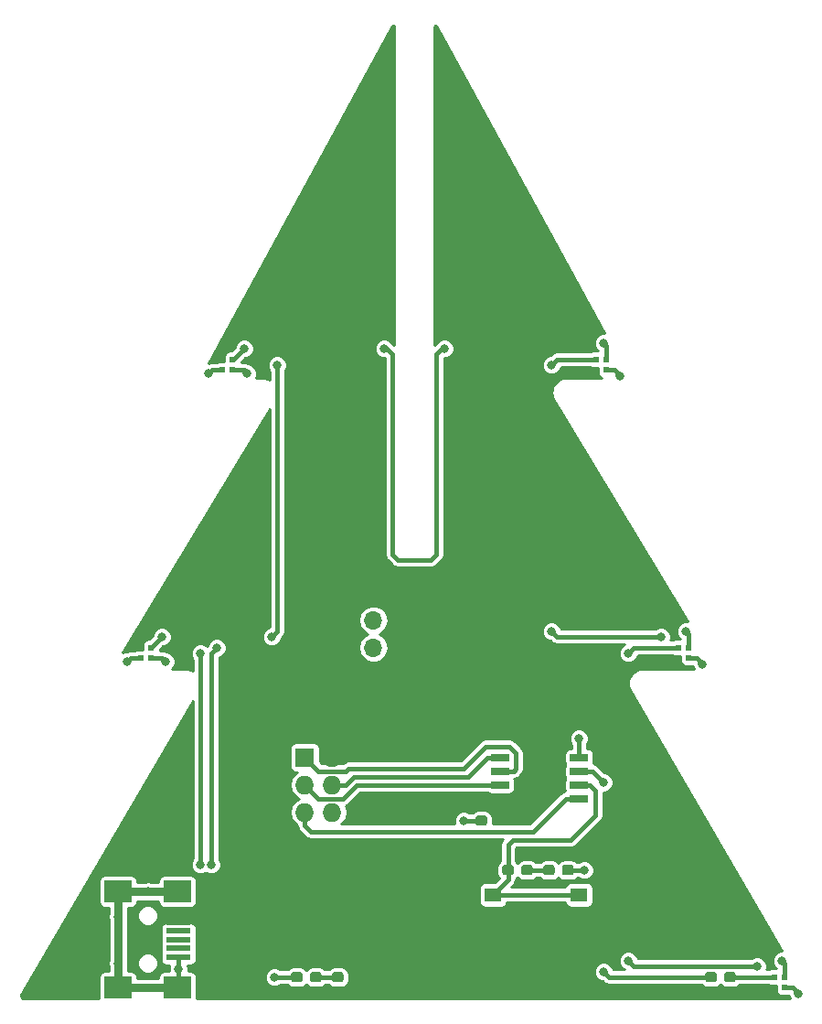
<source format=gbr>
G04 #@! TF.GenerationSoftware,KiCad,Pcbnew,(5.0.2)-1*
G04 #@! TF.CreationDate,2020-06-10T19:39:16-05:00*
G04 #@! TF.ProjectId,Base_Hardware,42617365-5f48-4617-9264-776172652e6b,rev?*
G04 #@! TF.SameCoordinates,Original*
G04 #@! TF.FileFunction,Copper,L1,Top*
G04 #@! TF.FilePolarity,Positive*
%FSLAX46Y46*%
G04 Gerber Fmt 4.6, Leading zero omitted, Abs format (unit mm)*
G04 Created by KiCad (PCBNEW (5.0.2)-1) date 6/10/2020 7:39:16 PM*
%MOMM*%
%LPD*%
G01*
G04 APERTURE LIST*
G04 #@! TA.AperFunction,Conductor*
%ADD10C,0.100000*%
G04 #@! TD*
G04 #@! TA.AperFunction,SMDPad,CuDef*
%ADD11C,0.950000*%
G04 #@! TD*
G04 #@! TA.AperFunction,SMDPad,CuDef*
%ADD12R,2.300000X0.500000*%
G04 #@! TD*
G04 #@! TA.AperFunction,SMDPad,CuDef*
%ADD13R,2.500000X2.000000*%
G04 #@! TD*
G04 #@! TA.AperFunction,ComponentPad*
%ADD14R,1.727200X1.727200*%
G04 #@! TD*
G04 #@! TA.AperFunction,ComponentPad*
%ADD15O,1.727200X1.727200*%
G04 #@! TD*
G04 #@! TA.AperFunction,SMDPad,CuDef*
%ADD16R,1.550000X1.300000*%
G04 #@! TD*
G04 #@! TA.AperFunction,SMDPad,CuDef*
%ADD17R,1.700000X0.650000*%
G04 #@! TD*
G04 #@! TA.AperFunction,SMDPad,CuDef*
%ADD18R,0.550000X0.550000*%
G04 #@! TD*
G04 #@! TA.AperFunction,ComponentPad*
%ADD19R,1.700000X1.700000*%
G04 #@! TD*
G04 #@! TA.AperFunction,ComponentPad*
%ADD20O,1.700000X1.700000*%
G04 #@! TD*
G04 #@! TA.AperFunction,ViaPad*
%ADD21C,0.800000*%
G04 #@! TD*
G04 #@! TA.AperFunction,Conductor*
%ADD22C,0.381000*%
G04 #@! TD*
G04 #@! TA.AperFunction,Conductor*
%ADD23C,0.762000*%
G04 #@! TD*
G04 #@! TA.AperFunction,Conductor*
%ADD24C,0.254000*%
G04 #@! TD*
G04 APERTURE END LIST*
D10*
G04 #@! TO.N,+5V*
G04 #@! TO.C,C1*
G36*
X150490779Y-109508144D02*
X150513834Y-109511563D01*
X150536443Y-109517227D01*
X150558387Y-109525079D01*
X150579457Y-109535044D01*
X150599448Y-109547026D01*
X150618168Y-109560910D01*
X150635438Y-109576562D01*
X150651090Y-109593832D01*
X150664974Y-109612552D01*
X150676956Y-109632543D01*
X150686921Y-109653613D01*
X150694773Y-109675557D01*
X150700437Y-109698166D01*
X150703856Y-109721221D01*
X150705000Y-109744500D01*
X150705000Y-110219500D01*
X150703856Y-110242779D01*
X150700437Y-110265834D01*
X150694773Y-110288443D01*
X150686921Y-110310387D01*
X150676956Y-110331457D01*
X150664974Y-110351448D01*
X150651090Y-110370168D01*
X150635438Y-110387438D01*
X150618168Y-110403090D01*
X150599448Y-110416974D01*
X150579457Y-110428956D01*
X150558387Y-110438921D01*
X150536443Y-110446773D01*
X150513834Y-110452437D01*
X150490779Y-110455856D01*
X150467500Y-110457000D01*
X149892500Y-110457000D01*
X149869221Y-110455856D01*
X149846166Y-110452437D01*
X149823557Y-110446773D01*
X149801613Y-110438921D01*
X149780543Y-110428956D01*
X149760552Y-110416974D01*
X149741832Y-110403090D01*
X149724562Y-110387438D01*
X149708910Y-110370168D01*
X149695026Y-110351448D01*
X149683044Y-110331457D01*
X149673079Y-110310387D01*
X149665227Y-110288443D01*
X149659563Y-110265834D01*
X149656144Y-110242779D01*
X149655000Y-110219500D01*
X149655000Y-109744500D01*
X149656144Y-109721221D01*
X149659563Y-109698166D01*
X149665227Y-109675557D01*
X149673079Y-109653613D01*
X149683044Y-109632543D01*
X149695026Y-109612552D01*
X149708910Y-109593832D01*
X149724562Y-109576562D01*
X149741832Y-109560910D01*
X149760552Y-109547026D01*
X149780543Y-109535044D01*
X149801613Y-109525079D01*
X149823557Y-109517227D01*
X149846166Y-109511563D01*
X149869221Y-109508144D01*
X149892500Y-109507000D01*
X150467500Y-109507000D01*
X150490779Y-109508144D01*
X150490779Y-109508144D01*
G37*
D11*
G04 #@! TD*
G04 #@! TO.P,C1,1*
G04 #@! TO.N,+5V*
X150180000Y-109982000D03*
D10*
G04 #@! TO.N,GND*
G04 #@! TO.C,C1*
G36*
X148740779Y-109508144D02*
X148763834Y-109511563D01*
X148786443Y-109517227D01*
X148808387Y-109525079D01*
X148829457Y-109535044D01*
X148849448Y-109547026D01*
X148868168Y-109560910D01*
X148885438Y-109576562D01*
X148901090Y-109593832D01*
X148914974Y-109612552D01*
X148926956Y-109632543D01*
X148936921Y-109653613D01*
X148944773Y-109675557D01*
X148950437Y-109698166D01*
X148953856Y-109721221D01*
X148955000Y-109744500D01*
X148955000Y-110219500D01*
X148953856Y-110242779D01*
X148950437Y-110265834D01*
X148944773Y-110288443D01*
X148936921Y-110310387D01*
X148926956Y-110331457D01*
X148914974Y-110351448D01*
X148901090Y-110370168D01*
X148885438Y-110387438D01*
X148868168Y-110403090D01*
X148849448Y-110416974D01*
X148829457Y-110428956D01*
X148808387Y-110438921D01*
X148786443Y-110446773D01*
X148763834Y-110452437D01*
X148740779Y-110455856D01*
X148717500Y-110457000D01*
X148142500Y-110457000D01*
X148119221Y-110455856D01*
X148096166Y-110452437D01*
X148073557Y-110446773D01*
X148051613Y-110438921D01*
X148030543Y-110428956D01*
X148010552Y-110416974D01*
X147991832Y-110403090D01*
X147974562Y-110387438D01*
X147958910Y-110370168D01*
X147945026Y-110351448D01*
X147933044Y-110331457D01*
X147923079Y-110310387D01*
X147915227Y-110288443D01*
X147909563Y-110265834D01*
X147906144Y-110242779D01*
X147905000Y-110219500D01*
X147905000Y-109744500D01*
X147906144Y-109721221D01*
X147909563Y-109698166D01*
X147915227Y-109675557D01*
X147923079Y-109653613D01*
X147933044Y-109632543D01*
X147945026Y-109612552D01*
X147958910Y-109593832D01*
X147974562Y-109576562D01*
X147991832Y-109560910D01*
X148010552Y-109547026D01*
X148030543Y-109535044D01*
X148051613Y-109525079D01*
X148073557Y-109517227D01*
X148096166Y-109511563D01*
X148119221Y-109508144D01*
X148142500Y-109507000D01*
X148717500Y-109507000D01*
X148740779Y-109508144D01*
X148740779Y-109508144D01*
G37*
D11*
G04 #@! TD*
G04 #@! TO.P,C1,2*
G04 #@! TO.N,GND*
X148430000Y-109982000D03*
D10*
G04 #@! TO.N,GND*
G04 #@! TO.C,D3*
G36*
X131656779Y-123986144D02*
X131679834Y-123989563D01*
X131702443Y-123995227D01*
X131724387Y-124003079D01*
X131745457Y-124013044D01*
X131765448Y-124025026D01*
X131784168Y-124038910D01*
X131801438Y-124054562D01*
X131817090Y-124071832D01*
X131830974Y-124090552D01*
X131842956Y-124110543D01*
X131852921Y-124131613D01*
X131860773Y-124153557D01*
X131866437Y-124176166D01*
X131869856Y-124199221D01*
X131871000Y-124222500D01*
X131871000Y-124697500D01*
X131869856Y-124720779D01*
X131866437Y-124743834D01*
X131860773Y-124766443D01*
X131852921Y-124788387D01*
X131842956Y-124809457D01*
X131830974Y-124829448D01*
X131817090Y-124848168D01*
X131801438Y-124865438D01*
X131784168Y-124881090D01*
X131765448Y-124894974D01*
X131745457Y-124906956D01*
X131724387Y-124916921D01*
X131702443Y-124924773D01*
X131679834Y-124930437D01*
X131656779Y-124933856D01*
X131633500Y-124935000D01*
X131058500Y-124935000D01*
X131035221Y-124933856D01*
X131012166Y-124930437D01*
X130989557Y-124924773D01*
X130967613Y-124916921D01*
X130946543Y-124906956D01*
X130926552Y-124894974D01*
X130907832Y-124881090D01*
X130890562Y-124865438D01*
X130874910Y-124848168D01*
X130861026Y-124829448D01*
X130849044Y-124809457D01*
X130839079Y-124788387D01*
X130831227Y-124766443D01*
X130825563Y-124743834D01*
X130822144Y-124720779D01*
X130821000Y-124697500D01*
X130821000Y-124222500D01*
X130822144Y-124199221D01*
X130825563Y-124176166D01*
X130831227Y-124153557D01*
X130839079Y-124131613D01*
X130849044Y-124110543D01*
X130861026Y-124090552D01*
X130874910Y-124071832D01*
X130890562Y-124054562D01*
X130907832Y-124038910D01*
X130926552Y-124025026D01*
X130946543Y-124013044D01*
X130967613Y-124003079D01*
X130989557Y-123995227D01*
X131012166Y-123989563D01*
X131035221Y-123986144D01*
X131058500Y-123985000D01*
X131633500Y-123985000D01*
X131656779Y-123986144D01*
X131656779Y-123986144D01*
G37*
D11*
G04 #@! TD*
G04 #@! TO.P,D3,1*
G04 #@! TO.N,GND*
X131346000Y-124460000D03*
D10*
G04 #@! TO.N,Net-(D3-Pad2)*
G04 #@! TO.C,D3*
G36*
X133406779Y-123986144D02*
X133429834Y-123989563D01*
X133452443Y-123995227D01*
X133474387Y-124003079D01*
X133495457Y-124013044D01*
X133515448Y-124025026D01*
X133534168Y-124038910D01*
X133551438Y-124054562D01*
X133567090Y-124071832D01*
X133580974Y-124090552D01*
X133592956Y-124110543D01*
X133602921Y-124131613D01*
X133610773Y-124153557D01*
X133616437Y-124176166D01*
X133619856Y-124199221D01*
X133621000Y-124222500D01*
X133621000Y-124697500D01*
X133619856Y-124720779D01*
X133616437Y-124743834D01*
X133610773Y-124766443D01*
X133602921Y-124788387D01*
X133592956Y-124809457D01*
X133580974Y-124829448D01*
X133567090Y-124848168D01*
X133551438Y-124865438D01*
X133534168Y-124881090D01*
X133515448Y-124894974D01*
X133495457Y-124906956D01*
X133474387Y-124916921D01*
X133452443Y-124924773D01*
X133429834Y-124930437D01*
X133406779Y-124933856D01*
X133383500Y-124935000D01*
X132808500Y-124935000D01*
X132785221Y-124933856D01*
X132762166Y-124930437D01*
X132739557Y-124924773D01*
X132717613Y-124916921D01*
X132696543Y-124906956D01*
X132676552Y-124894974D01*
X132657832Y-124881090D01*
X132640562Y-124865438D01*
X132624910Y-124848168D01*
X132611026Y-124829448D01*
X132599044Y-124809457D01*
X132589079Y-124788387D01*
X132581227Y-124766443D01*
X132575563Y-124743834D01*
X132572144Y-124720779D01*
X132571000Y-124697500D01*
X132571000Y-124222500D01*
X132572144Y-124199221D01*
X132575563Y-124176166D01*
X132581227Y-124153557D01*
X132589079Y-124131613D01*
X132599044Y-124110543D01*
X132611026Y-124090552D01*
X132624910Y-124071832D01*
X132640562Y-124054562D01*
X132657832Y-124038910D01*
X132676552Y-124025026D01*
X132696543Y-124013044D01*
X132717613Y-124003079D01*
X132739557Y-123995227D01*
X132762166Y-123989563D01*
X132785221Y-123986144D01*
X132808500Y-123985000D01*
X133383500Y-123985000D01*
X133406779Y-123986144D01*
X133406779Y-123986144D01*
G37*
D11*
G04 #@! TD*
G04 #@! TO.P,D3,2*
G04 #@! TO.N,Net-(D3-Pad2)*
X133096000Y-124460000D03*
D10*
G04 #@! TO.N,Net-(D6-Pad2)*
G04 #@! TO.C,D6*
G36*
X154996779Y-114080144D02*
X155019834Y-114083563D01*
X155042443Y-114089227D01*
X155064387Y-114097079D01*
X155085457Y-114107044D01*
X155105448Y-114119026D01*
X155124168Y-114132910D01*
X155141438Y-114148562D01*
X155157090Y-114165832D01*
X155170974Y-114184552D01*
X155182956Y-114204543D01*
X155192921Y-114225613D01*
X155200773Y-114247557D01*
X155206437Y-114270166D01*
X155209856Y-114293221D01*
X155211000Y-114316500D01*
X155211000Y-114791500D01*
X155209856Y-114814779D01*
X155206437Y-114837834D01*
X155200773Y-114860443D01*
X155192921Y-114882387D01*
X155182956Y-114903457D01*
X155170974Y-114923448D01*
X155157090Y-114942168D01*
X155141438Y-114959438D01*
X155124168Y-114975090D01*
X155105448Y-114988974D01*
X155085457Y-115000956D01*
X155064387Y-115010921D01*
X155042443Y-115018773D01*
X155019834Y-115024437D01*
X154996779Y-115027856D01*
X154973500Y-115029000D01*
X154398500Y-115029000D01*
X154375221Y-115027856D01*
X154352166Y-115024437D01*
X154329557Y-115018773D01*
X154307613Y-115010921D01*
X154286543Y-115000956D01*
X154266552Y-114988974D01*
X154247832Y-114975090D01*
X154230562Y-114959438D01*
X154214910Y-114942168D01*
X154201026Y-114923448D01*
X154189044Y-114903457D01*
X154179079Y-114882387D01*
X154171227Y-114860443D01*
X154165563Y-114837834D01*
X154162144Y-114814779D01*
X154161000Y-114791500D01*
X154161000Y-114316500D01*
X154162144Y-114293221D01*
X154165563Y-114270166D01*
X154171227Y-114247557D01*
X154179079Y-114225613D01*
X154189044Y-114204543D01*
X154201026Y-114184552D01*
X154214910Y-114165832D01*
X154230562Y-114148562D01*
X154247832Y-114132910D01*
X154266552Y-114119026D01*
X154286543Y-114107044D01*
X154307613Y-114097079D01*
X154329557Y-114089227D01*
X154352166Y-114083563D01*
X154375221Y-114080144D01*
X154398500Y-114079000D01*
X154973500Y-114079000D01*
X154996779Y-114080144D01*
X154996779Y-114080144D01*
G37*
D11*
G04 #@! TD*
G04 #@! TO.P,D6,2*
G04 #@! TO.N,Net-(D6-Pad2)*
X154686000Y-114554000D03*
D10*
G04 #@! TO.N,GND*
G04 #@! TO.C,D6*
G36*
X156746779Y-114080144D02*
X156769834Y-114083563D01*
X156792443Y-114089227D01*
X156814387Y-114097079D01*
X156835457Y-114107044D01*
X156855448Y-114119026D01*
X156874168Y-114132910D01*
X156891438Y-114148562D01*
X156907090Y-114165832D01*
X156920974Y-114184552D01*
X156932956Y-114204543D01*
X156942921Y-114225613D01*
X156950773Y-114247557D01*
X156956437Y-114270166D01*
X156959856Y-114293221D01*
X156961000Y-114316500D01*
X156961000Y-114791500D01*
X156959856Y-114814779D01*
X156956437Y-114837834D01*
X156950773Y-114860443D01*
X156942921Y-114882387D01*
X156932956Y-114903457D01*
X156920974Y-114923448D01*
X156907090Y-114942168D01*
X156891438Y-114959438D01*
X156874168Y-114975090D01*
X156855448Y-114988974D01*
X156835457Y-115000956D01*
X156814387Y-115010921D01*
X156792443Y-115018773D01*
X156769834Y-115024437D01*
X156746779Y-115027856D01*
X156723500Y-115029000D01*
X156148500Y-115029000D01*
X156125221Y-115027856D01*
X156102166Y-115024437D01*
X156079557Y-115018773D01*
X156057613Y-115010921D01*
X156036543Y-115000956D01*
X156016552Y-114988974D01*
X155997832Y-114975090D01*
X155980562Y-114959438D01*
X155964910Y-114942168D01*
X155951026Y-114923448D01*
X155939044Y-114903457D01*
X155929079Y-114882387D01*
X155921227Y-114860443D01*
X155915563Y-114837834D01*
X155912144Y-114814779D01*
X155911000Y-114791500D01*
X155911000Y-114316500D01*
X155912144Y-114293221D01*
X155915563Y-114270166D01*
X155921227Y-114247557D01*
X155929079Y-114225613D01*
X155939044Y-114204543D01*
X155951026Y-114184552D01*
X155964910Y-114165832D01*
X155980562Y-114148562D01*
X155997832Y-114132910D01*
X156016552Y-114119026D01*
X156036543Y-114107044D01*
X156057613Y-114097079D01*
X156079557Y-114089227D01*
X156102166Y-114083563D01*
X156125221Y-114080144D01*
X156148500Y-114079000D01*
X156723500Y-114079000D01*
X156746779Y-114080144D01*
X156746779Y-114080144D01*
G37*
D11*
G04 #@! TD*
G04 #@! TO.P,D6,1*
G04 #@! TO.N,GND*
X156436000Y-114554000D03*
D12*
G04 #@! TO.P,J1,1*
G04 #@! TO.N,+5V*
X120396000Y-119380000D03*
D13*
G04 #@! TO.P,J1,6*
G04 #@! TO.N,GND*
X120296000Y-116530000D03*
D12*
G04 #@! TO.P,J1,2*
G04 #@! TO.N,Net-(J1-Pad2)*
X120396000Y-120180000D03*
G04 #@! TO.P,J1,3*
G04 #@! TO.N,Net-(J1-Pad3)*
X120396000Y-120980000D03*
G04 #@! TO.P,J1,4*
G04 #@! TO.N,Net-(J1-Pad4)*
X120396000Y-121780000D03*
G04 #@! TO.P,J1,5*
G04 #@! TO.N,GND*
X120396000Y-122580000D03*
D13*
G04 #@! TO.P,J1,6*
X114796000Y-116530000D03*
X120296000Y-125430000D03*
X114796000Y-125430000D03*
G04 #@! TD*
D14*
G04 #@! TO.P,J2,1*
G04 #@! TO.N,MISO*
X132080000Y-104140000D03*
D15*
G04 #@! TO.P,J2,2*
G04 #@! TO.N,+5V*
X134620000Y-104140000D03*
G04 #@! TO.P,J2,3*
G04 #@! TO.N,SCK*
X132080000Y-106680000D03*
G04 #@! TO.P,J2,4*
G04 #@! TO.N,MOSI*
X134620000Y-106680000D03*
G04 #@! TO.P,J2,5*
G04 #@! TO.N,RST*
X132080000Y-109220000D03*
G04 #@! TO.P,J2,6*
G04 #@! TO.N,GND*
X134620000Y-109220000D03*
G04 #@! TD*
D10*
G04 #@! TO.N,Net-(D1-Pad3)*
G04 #@! TO.C,R1*
G36*
X171760779Y-123986144D02*
X171783834Y-123989563D01*
X171806443Y-123995227D01*
X171828387Y-124003079D01*
X171849457Y-124013044D01*
X171869448Y-124025026D01*
X171888168Y-124038910D01*
X171905438Y-124054562D01*
X171921090Y-124071832D01*
X171934974Y-124090552D01*
X171946956Y-124110543D01*
X171956921Y-124131613D01*
X171964773Y-124153557D01*
X171970437Y-124176166D01*
X171973856Y-124199221D01*
X171975000Y-124222500D01*
X171975000Y-124697500D01*
X171973856Y-124720779D01*
X171970437Y-124743834D01*
X171964773Y-124766443D01*
X171956921Y-124788387D01*
X171946956Y-124809457D01*
X171934974Y-124829448D01*
X171921090Y-124848168D01*
X171905438Y-124865438D01*
X171888168Y-124881090D01*
X171869448Y-124894974D01*
X171849457Y-124906956D01*
X171828387Y-124916921D01*
X171806443Y-124924773D01*
X171783834Y-124930437D01*
X171760779Y-124933856D01*
X171737500Y-124935000D01*
X171162500Y-124935000D01*
X171139221Y-124933856D01*
X171116166Y-124930437D01*
X171093557Y-124924773D01*
X171071613Y-124916921D01*
X171050543Y-124906956D01*
X171030552Y-124894974D01*
X171011832Y-124881090D01*
X170994562Y-124865438D01*
X170978910Y-124848168D01*
X170965026Y-124829448D01*
X170953044Y-124809457D01*
X170943079Y-124788387D01*
X170935227Y-124766443D01*
X170929563Y-124743834D01*
X170926144Y-124720779D01*
X170925000Y-124697500D01*
X170925000Y-124222500D01*
X170926144Y-124199221D01*
X170929563Y-124176166D01*
X170935227Y-124153557D01*
X170943079Y-124131613D01*
X170953044Y-124110543D01*
X170965026Y-124090552D01*
X170978910Y-124071832D01*
X170994562Y-124054562D01*
X171011832Y-124038910D01*
X171030552Y-124025026D01*
X171050543Y-124013044D01*
X171071613Y-124003079D01*
X171093557Y-123995227D01*
X171116166Y-123989563D01*
X171139221Y-123986144D01*
X171162500Y-123985000D01*
X171737500Y-123985000D01*
X171760779Y-123986144D01*
X171760779Y-123986144D01*
G37*
D11*
G04 #@! TD*
G04 #@! TO.P,R1,1*
G04 #@! TO.N,Net-(D1-Pad3)*
X171450000Y-124460000D03*
D10*
G04 #@! TO.N,DOut*
G04 #@! TO.C,R1*
G36*
X170010779Y-123986144D02*
X170033834Y-123989563D01*
X170056443Y-123995227D01*
X170078387Y-124003079D01*
X170099457Y-124013044D01*
X170119448Y-124025026D01*
X170138168Y-124038910D01*
X170155438Y-124054562D01*
X170171090Y-124071832D01*
X170184974Y-124090552D01*
X170196956Y-124110543D01*
X170206921Y-124131613D01*
X170214773Y-124153557D01*
X170220437Y-124176166D01*
X170223856Y-124199221D01*
X170225000Y-124222500D01*
X170225000Y-124697500D01*
X170223856Y-124720779D01*
X170220437Y-124743834D01*
X170214773Y-124766443D01*
X170206921Y-124788387D01*
X170196956Y-124809457D01*
X170184974Y-124829448D01*
X170171090Y-124848168D01*
X170155438Y-124865438D01*
X170138168Y-124881090D01*
X170119448Y-124894974D01*
X170099457Y-124906956D01*
X170078387Y-124916921D01*
X170056443Y-124924773D01*
X170033834Y-124930437D01*
X170010779Y-124933856D01*
X169987500Y-124935000D01*
X169412500Y-124935000D01*
X169389221Y-124933856D01*
X169366166Y-124930437D01*
X169343557Y-124924773D01*
X169321613Y-124916921D01*
X169300543Y-124906956D01*
X169280552Y-124894974D01*
X169261832Y-124881090D01*
X169244562Y-124865438D01*
X169228910Y-124848168D01*
X169215026Y-124829448D01*
X169203044Y-124809457D01*
X169193079Y-124788387D01*
X169185227Y-124766443D01*
X169179563Y-124743834D01*
X169176144Y-124720779D01*
X169175000Y-124697500D01*
X169175000Y-124222500D01*
X169176144Y-124199221D01*
X169179563Y-124176166D01*
X169185227Y-124153557D01*
X169193079Y-124131613D01*
X169203044Y-124110543D01*
X169215026Y-124090552D01*
X169228910Y-124071832D01*
X169244562Y-124054562D01*
X169261832Y-124038910D01*
X169280552Y-124025026D01*
X169300543Y-124013044D01*
X169321613Y-124003079D01*
X169343557Y-123995227D01*
X169366166Y-123989563D01*
X169389221Y-123986144D01*
X169412500Y-123985000D01*
X169987500Y-123985000D01*
X170010779Y-123986144D01*
X170010779Y-123986144D01*
G37*
D11*
G04 #@! TD*
G04 #@! TO.P,R1,2*
G04 #@! TO.N,DOut*
X169700000Y-124460000D03*
D10*
G04 #@! TO.N,Net-(D3-Pad2)*
G04 #@! TO.C,R2*
G36*
X135438779Y-123986144D02*
X135461834Y-123989563D01*
X135484443Y-123995227D01*
X135506387Y-124003079D01*
X135527457Y-124013044D01*
X135547448Y-124025026D01*
X135566168Y-124038910D01*
X135583438Y-124054562D01*
X135599090Y-124071832D01*
X135612974Y-124090552D01*
X135624956Y-124110543D01*
X135634921Y-124131613D01*
X135642773Y-124153557D01*
X135648437Y-124176166D01*
X135651856Y-124199221D01*
X135653000Y-124222500D01*
X135653000Y-124697500D01*
X135651856Y-124720779D01*
X135648437Y-124743834D01*
X135642773Y-124766443D01*
X135634921Y-124788387D01*
X135624956Y-124809457D01*
X135612974Y-124829448D01*
X135599090Y-124848168D01*
X135583438Y-124865438D01*
X135566168Y-124881090D01*
X135547448Y-124894974D01*
X135527457Y-124906956D01*
X135506387Y-124916921D01*
X135484443Y-124924773D01*
X135461834Y-124930437D01*
X135438779Y-124933856D01*
X135415500Y-124935000D01*
X134840500Y-124935000D01*
X134817221Y-124933856D01*
X134794166Y-124930437D01*
X134771557Y-124924773D01*
X134749613Y-124916921D01*
X134728543Y-124906956D01*
X134708552Y-124894974D01*
X134689832Y-124881090D01*
X134672562Y-124865438D01*
X134656910Y-124848168D01*
X134643026Y-124829448D01*
X134631044Y-124809457D01*
X134621079Y-124788387D01*
X134613227Y-124766443D01*
X134607563Y-124743834D01*
X134604144Y-124720779D01*
X134603000Y-124697500D01*
X134603000Y-124222500D01*
X134604144Y-124199221D01*
X134607563Y-124176166D01*
X134613227Y-124153557D01*
X134621079Y-124131613D01*
X134631044Y-124110543D01*
X134643026Y-124090552D01*
X134656910Y-124071832D01*
X134672562Y-124054562D01*
X134689832Y-124038910D01*
X134708552Y-124025026D01*
X134728543Y-124013044D01*
X134749613Y-124003079D01*
X134771557Y-123995227D01*
X134794166Y-123989563D01*
X134817221Y-123986144D01*
X134840500Y-123985000D01*
X135415500Y-123985000D01*
X135438779Y-123986144D01*
X135438779Y-123986144D01*
G37*
D11*
G04 #@! TD*
G04 #@! TO.P,R2,2*
G04 #@! TO.N,Net-(D3-Pad2)*
X135128000Y-124460000D03*
D10*
G04 #@! TO.N,+5V*
G04 #@! TO.C,R2*
G36*
X137188779Y-123986144D02*
X137211834Y-123989563D01*
X137234443Y-123995227D01*
X137256387Y-124003079D01*
X137277457Y-124013044D01*
X137297448Y-124025026D01*
X137316168Y-124038910D01*
X137333438Y-124054562D01*
X137349090Y-124071832D01*
X137362974Y-124090552D01*
X137374956Y-124110543D01*
X137384921Y-124131613D01*
X137392773Y-124153557D01*
X137398437Y-124176166D01*
X137401856Y-124199221D01*
X137403000Y-124222500D01*
X137403000Y-124697500D01*
X137401856Y-124720779D01*
X137398437Y-124743834D01*
X137392773Y-124766443D01*
X137384921Y-124788387D01*
X137374956Y-124809457D01*
X137362974Y-124829448D01*
X137349090Y-124848168D01*
X137333438Y-124865438D01*
X137316168Y-124881090D01*
X137297448Y-124894974D01*
X137277457Y-124906956D01*
X137256387Y-124916921D01*
X137234443Y-124924773D01*
X137211834Y-124930437D01*
X137188779Y-124933856D01*
X137165500Y-124935000D01*
X136590500Y-124935000D01*
X136567221Y-124933856D01*
X136544166Y-124930437D01*
X136521557Y-124924773D01*
X136499613Y-124916921D01*
X136478543Y-124906956D01*
X136458552Y-124894974D01*
X136439832Y-124881090D01*
X136422562Y-124865438D01*
X136406910Y-124848168D01*
X136393026Y-124829448D01*
X136381044Y-124809457D01*
X136371079Y-124788387D01*
X136363227Y-124766443D01*
X136357563Y-124743834D01*
X136354144Y-124720779D01*
X136353000Y-124697500D01*
X136353000Y-124222500D01*
X136354144Y-124199221D01*
X136357563Y-124176166D01*
X136363227Y-124153557D01*
X136371079Y-124131613D01*
X136381044Y-124110543D01*
X136393026Y-124090552D01*
X136406910Y-124071832D01*
X136422562Y-124054562D01*
X136439832Y-124038910D01*
X136458552Y-124025026D01*
X136478543Y-124013044D01*
X136499613Y-124003079D01*
X136521557Y-123995227D01*
X136544166Y-123989563D01*
X136567221Y-123986144D01*
X136590500Y-123985000D01*
X137165500Y-123985000D01*
X137188779Y-123986144D01*
X137188779Y-123986144D01*
G37*
D11*
G04 #@! TD*
G04 #@! TO.P,R2,1*
G04 #@! TO.N,+5V*
X136878000Y-124460000D03*
D10*
G04 #@! TO.N,Push*
G04 #@! TO.C,R3*
G36*
X151214779Y-114080144D02*
X151237834Y-114083563D01*
X151260443Y-114089227D01*
X151282387Y-114097079D01*
X151303457Y-114107044D01*
X151323448Y-114119026D01*
X151342168Y-114132910D01*
X151359438Y-114148562D01*
X151375090Y-114165832D01*
X151388974Y-114184552D01*
X151400956Y-114204543D01*
X151410921Y-114225613D01*
X151418773Y-114247557D01*
X151424437Y-114270166D01*
X151427856Y-114293221D01*
X151429000Y-114316500D01*
X151429000Y-114791500D01*
X151427856Y-114814779D01*
X151424437Y-114837834D01*
X151418773Y-114860443D01*
X151410921Y-114882387D01*
X151400956Y-114903457D01*
X151388974Y-114923448D01*
X151375090Y-114942168D01*
X151359438Y-114959438D01*
X151342168Y-114975090D01*
X151323448Y-114988974D01*
X151303457Y-115000956D01*
X151282387Y-115010921D01*
X151260443Y-115018773D01*
X151237834Y-115024437D01*
X151214779Y-115027856D01*
X151191500Y-115029000D01*
X150616500Y-115029000D01*
X150593221Y-115027856D01*
X150570166Y-115024437D01*
X150547557Y-115018773D01*
X150525613Y-115010921D01*
X150504543Y-115000956D01*
X150484552Y-114988974D01*
X150465832Y-114975090D01*
X150448562Y-114959438D01*
X150432910Y-114942168D01*
X150419026Y-114923448D01*
X150407044Y-114903457D01*
X150397079Y-114882387D01*
X150389227Y-114860443D01*
X150383563Y-114837834D01*
X150380144Y-114814779D01*
X150379000Y-114791500D01*
X150379000Y-114316500D01*
X150380144Y-114293221D01*
X150383563Y-114270166D01*
X150389227Y-114247557D01*
X150397079Y-114225613D01*
X150407044Y-114204543D01*
X150419026Y-114184552D01*
X150432910Y-114165832D01*
X150448562Y-114148562D01*
X150465832Y-114132910D01*
X150484552Y-114119026D01*
X150504543Y-114107044D01*
X150525613Y-114097079D01*
X150547557Y-114089227D01*
X150570166Y-114083563D01*
X150593221Y-114080144D01*
X150616500Y-114079000D01*
X151191500Y-114079000D01*
X151214779Y-114080144D01*
X151214779Y-114080144D01*
G37*
D11*
G04 #@! TD*
G04 #@! TO.P,R3,1*
G04 #@! TO.N,Push*
X150904000Y-114554000D03*
D10*
G04 #@! TO.N,Net-(D6-Pad2)*
G04 #@! TO.C,R3*
G36*
X152964779Y-114080144D02*
X152987834Y-114083563D01*
X153010443Y-114089227D01*
X153032387Y-114097079D01*
X153053457Y-114107044D01*
X153073448Y-114119026D01*
X153092168Y-114132910D01*
X153109438Y-114148562D01*
X153125090Y-114165832D01*
X153138974Y-114184552D01*
X153150956Y-114204543D01*
X153160921Y-114225613D01*
X153168773Y-114247557D01*
X153174437Y-114270166D01*
X153177856Y-114293221D01*
X153179000Y-114316500D01*
X153179000Y-114791500D01*
X153177856Y-114814779D01*
X153174437Y-114837834D01*
X153168773Y-114860443D01*
X153160921Y-114882387D01*
X153150956Y-114903457D01*
X153138974Y-114923448D01*
X153125090Y-114942168D01*
X153109438Y-114959438D01*
X153092168Y-114975090D01*
X153073448Y-114988974D01*
X153053457Y-115000956D01*
X153032387Y-115010921D01*
X153010443Y-115018773D01*
X152987834Y-115024437D01*
X152964779Y-115027856D01*
X152941500Y-115029000D01*
X152366500Y-115029000D01*
X152343221Y-115027856D01*
X152320166Y-115024437D01*
X152297557Y-115018773D01*
X152275613Y-115010921D01*
X152254543Y-115000956D01*
X152234552Y-114988974D01*
X152215832Y-114975090D01*
X152198562Y-114959438D01*
X152182910Y-114942168D01*
X152169026Y-114923448D01*
X152157044Y-114903457D01*
X152147079Y-114882387D01*
X152139227Y-114860443D01*
X152133563Y-114837834D01*
X152130144Y-114814779D01*
X152129000Y-114791500D01*
X152129000Y-114316500D01*
X152130144Y-114293221D01*
X152133563Y-114270166D01*
X152139227Y-114247557D01*
X152147079Y-114225613D01*
X152157044Y-114204543D01*
X152169026Y-114184552D01*
X152182910Y-114165832D01*
X152198562Y-114148562D01*
X152215832Y-114132910D01*
X152234552Y-114119026D01*
X152254543Y-114107044D01*
X152275613Y-114097079D01*
X152297557Y-114089227D01*
X152320166Y-114083563D01*
X152343221Y-114080144D01*
X152366500Y-114079000D01*
X152941500Y-114079000D01*
X152964779Y-114080144D01*
X152964779Y-114080144D01*
G37*
D11*
G04 #@! TD*
G04 #@! TO.P,R3,2*
G04 #@! TO.N,Net-(D6-Pad2)*
X152654000Y-114554000D03*
D16*
G04 #@! TO.P,SW1,2*
G04 #@! TO.N,+5V*
X149520000Y-121340000D03*
G04 #@! TO.P,SW1,1*
G04 #@! TO.N,Push*
X149520000Y-116840000D03*
X157480000Y-116840000D03*
G04 #@! TO.P,SW1,2*
G04 #@! TO.N,+5V*
X157480000Y-121340000D03*
G04 #@! TD*
D17*
G04 #@! TO.P,U1,1*
G04 #@! TO.N,RST*
X157480000Y-107950000D03*
G04 #@! TO.P,U1,2*
G04 #@! TO.N,Push*
X157480000Y-106680000D03*
G04 #@! TO.P,U1,3*
G04 #@! TO.N,DOut*
X157480000Y-105410000D03*
G04 #@! TO.P,U1,4*
G04 #@! TO.N,GND*
X157480000Y-104140000D03*
G04 #@! TO.P,U1,5*
G04 #@! TO.N,MOSI*
X150180000Y-104140000D03*
G04 #@! TO.P,U1,6*
G04 #@! TO.N,MISO*
X150180000Y-105410000D03*
G04 #@! TO.P,U1,7*
G04 #@! TO.N,SCK*
X150180000Y-106680000D03*
G04 #@! TO.P,U1,8*
G04 #@! TO.N,+5V*
X150180000Y-107950000D03*
G04 #@! TD*
D18*
G04 #@! TO.P,D1,3*
G04 #@! TO.N,Net-(D1-Pad3)*
X175580000Y-124460000D03*
G04 #@! TO.P,D1,2*
G04 #@! TO.N,GND*
X176530000Y-124460000D03*
G04 #@! TO.P,D1,4*
G04 #@! TO.N,+5V*
X175580000Y-125410000D03*
G04 #@! TO.P,D1,1*
G04 #@! TO.N,Net-(D1-Pad1)*
X176530000Y-125410000D03*
G04 #@! TD*
G04 #@! TO.P,D4,3*
G04 #@! TO.N,Net-(D2-Pad1)*
X166690000Y-93969800D03*
G04 #@! TO.P,D4,2*
G04 #@! TO.N,GND*
X167640000Y-93969800D03*
G04 #@! TO.P,D4,4*
G04 #@! TO.N,+5V*
X166690000Y-94919800D03*
G04 #@! TO.P,D4,1*
G04 #@! TO.N,Net-(D4-Pad1)*
X167640000Y-94919800D03*
G04 #@! TD*
G04 #@! TO.P,D7,3*
G04 #@! TO.N,Net-(D5-Pad1)*
X159070000Y-67310000D03*
G04 #@! TO.P,D7,2*
G04 #@! TO.N,GND*
X160020000Y-67310000D03*
G04 #@! TO.P,D7,4*
G04 #@! TO.N,+5V*
X159070000Y-68260000D03*
G04 #@! TO.P,D7,1*
G04 #@! TO.N,Net-(D7-Pad1)*
X160020000Y-68260000D03*
G04 #@! TD*
G04 #@! TO.P,D9,1*
G04 #@! TO.N,Net-(D10-Pad3)*
X124449800Y-68270200D03*
G04 #@! TO.P,D9,4*
G04 #@! TO.N,+5V*
X124449800Y-67320200D03*
G04 #@! TO.P,D9,2*
G04 #@! TO.N,GND*
X125399800Y-68270200D03*
G04 #@! TO.P,D9,3*
G04 #@! TO.N,Net-(D8-Pad1)*
X125399800Y-67320200D03*
G04 #@! TD*
G04 #@! TO.P,D11,1*
G04 #@! TO.N,Net-(D11-Pad1)*
X116906000Y-94930000D03*
G04 #@! TO.P,D11,4*
G04 #@! TO.N,+5V*
X116906000Y-93980000D03*
G04 #@! TO.P,D11,2*
G04 #@! TO.N,GND*
X117856000Y-94930000D03*
G04 #@! TO.P,D11,3*
G04 #@! TO.N,Net-(D10-Pad1)*
X117856000Y-93980000D03*
G04 #@! TD*
D19*
G04 #@! TO.P,J3,1*
G04 #@! TO.N,+5V*
X138430000Y-88900000D03*
D20*
G04 #@! TO.P,J3,2*
G04 #@! TO.N,DOut'*
X138430000Y-91440000D03*
G04 #@! TO.P,J3,3*
G04 #@! TO.N,GND*
X138430000Y-93980000D03*
G04 #@! TD*
D21*
G04 #@! TO.N,+5V*
X153670000Y-121340000D03*
X173990000Y-125730000D03*
X165100000Y-95250000D03*
X157480000Y-68580000D03*
X124714000Y-66040000D03*
X117165000Y-92715200D03*
X109982000Y-125476000D03*
G04 #@! TO.N,GND*
X146812000Y-109982000D03*
X157480000Y-102362000D03*
X117602000Y-116530000D03*
X114796000Y-118872000D03*
X114796000Y-123190000D03*
X120396000Y-123698000D03*
X157988000Y-114554000D03*
X176276000Y-122936000D03*
X167386000Y-92456000D03*
X159766000Y-65786000D03*
X126746000Y-68580000D03*
X119197000Y-95255200D03*
X129286000Y-124460000D03*
G04 #@! TO.N,Net-(D1-Pad1)*
X177800000Y-125984000D03*
G04 #@! TO.N,Net-(D2-Pad1)*
X162052000Y-94488000D03*
G04 #@! TO.N,Net-(D4-Pad1)*
X168910000Y-95504000D03*
G04 #@! TO.N,Net-(D5-Pad1)*
X154940000Y-67818000D03*
X165100000Y-92964000D03*
X154940000Y-92456000D03*
G04 #@! TO.N,Net-(D2-Pad1)*
X173990000Y-123444000D03*
X162052000Y-122936000D03*
G04 #@! TO.N,Net-(D7-Pad1)*
X161290000Y-68834000D03*
G04 #@! TO.N,Net-(D8-Pad1)*
X139446000Y-66294000D03*
X126492000Y-66294000D03*
X145034000Y-66294000D03*
G04 #@! TO.N,Net-(D10-Pad1)*
X118872000Y-92964000D03*
G04 #@! TO.N,Net-(D10-Pad3)*
X123190000Y-68580000D03*
G04 #@! TO.N,Net-(D10-Pad1)*
X129540000Y-67818000D03*
X129032000Y-92964000D03*
G04 #@! TO.N,Net-(D11-Pad1)*
X115641000Y-95255200D03*
G04 #@! TO.N,Net-(D12-Pad1)*
X122428000Y-94488000D03*
X122428000Y-114046000D03*
G04 #@! TO.N,DOut'*
X123444000Y-114046000D03*
X123952000Y-93980000D03*
G04 #@! TO.N,DOut*
X159766000Y-123952000D03*
X159766000Y-106465000D03*
G04 #@! TD*
D22*
G04 #@! TO.N,+5V*
X149520000Y-121340000D02*
X153670000Y-121340000D01*
X150180000Y-109916000D02*
X150114000Y-109982000D01*
X153670000Y-121340000D02*
X157480000Y-121340000D01*
X150180000Y-107950000D02*
X150180000Y-109982000D01*
G04 #@! TO.N,GND*
X148430000Y-109982000D02*
X146812000Y-109982000D01*
X157480000Y-104140000D02*
X157480000Y-102362000D01*
D23*
X114796000Y-116530000D02*
X117602000Y-116530000D01*
X120296000Y-125430000D02*
X117602000Y-125430000D01*
X114796000Y-123668000D02*
X114796000Y-123190000D01*
X114796000Y-125430000D02*
X114796000Y-123668000D01*
X117602000Y-116530000D02*
X120296000Y-116530000D01*
X117602000Y-125430000D02*
X114796000Y-125430000D01*
X114796000Y-118872000D02*
X114796000Y-116530000D01*
X114796000Y-123190000D02*
X114796000Y-118872000D01*
D22*
X120396000Y-125330000D02*
X120296000Y-125430000D01*
X120396000Y-122580000D02*
X120396000Y-123698000D01*
X120396000Y-123698000D02*
X120396000Y-125330000D01*
X156436000Y-114554000D02*
X157988000Y-114554000D01*
X176530000Y-124460000D02*
X176530000Y-123190000D01*
X176530000Y-123190000D02*
X176276000Y-122936000D01*
X167640000Y-93980000D02*
X167640000Y-92710000D01*
X167640000Y-92710000D02*
X167386000Y-92456000D01*
X160020000Y-66040000D02*
X159766000Y-65786000D01*
X160020000Y-67310000D02*
X160020000Y-66040000D01*
X126436200Y-68270200D02*
X126746000Y-68580000D01*
X125399800Y-68270200D02*
X126436200Y-68270200D01*
X117850800Y-94945400D02*
X118887200Y-94945400D01*
X118887200Y-94945400D02*
X119197000Y-95255200D01*
X131346000Y-124460000D02*
X129286000Y-124460000D01*
G04 #@! TO.N,Net-(D1-Pad1)*
X177226000Y-125410000D02*
X176530000Y-125410000D01*
X177800000Y-125984000D02*
X177226000Y-125410000D01*
G04 #@! TO.N,Net-(D2-Pad1)*
X166690000Y-93969800D02*
X162570200Y-93969800D01*
X162570200Y-93969800D02*
X162052000Y-94488000D01*
G04 #@! TO.N,Net-(D4-Pad1)*
X168910000Y-95504000D02*
X168336000Y-94930000D01*
X168336000Y-94930000D02*
X167640000Y-94930000D01*
G04 #@! TO.N,Net-(D5-Pad1)*
X159070000Y-67310000D02*
X155448000Y-67310000D01*
X155448000Y-67310000D02*
X154940000Y-67818000D01*
X155448000Y-92964000D02*
X154940000Y-92456000D01*
X165100000Y-92964000D02*
X155448000Y-92964000D01*
G04 #@! TO.N,Net-(D2-Pad1)*
X162052000Y-122936000D02*
X162560000Y-123444000D01*
X162560000Y-123444000D02*
X173990000Y-123444000D01*
G04 #@! TO.N,Net-(D7-Pad1)*
X161290000Y-68834000D02*
X160716000Y-68260000D01*
X160716000Y-68260000D02*
X160020000Y-68260000D01*
G04 #@! TO.N,Net-(D8-Pad1)*
X125410000Y-67310000D02*
X125399800Y-67320200D01*
X144272000Y-66802000D02*
X144272000Y-85344000D01*
X144272000Y-85344000D02*
X143764000Y-85852000D01*
X143764000Y-85852000D02*
X140716000Y-85852000D01*
X140716000Y-85852000D02*
X140208000Y-85344000D01*
X125399800Y-67320200D02*
X125465800Y-67320200D01*
X125465800Y-67320200D02*
X126492000Y-66294000D01*
X140208000Y-66802000D02*
X139700000Y-66294000D01*
X140208000Y-68072000D02*
X140208000Y-66802000D01*
X140208000Y-68072000D02*
X140208000Y-67818000D01*
X140208000Y-85344000D02*
X140208000Y-68072000D01*
X144272000Y-66802000D02*
X144780000Y-66294000D01*
X144780000Y-66294000D02*
X145034000Y-66294000D01*
G04 #@! TO.N,Net-(D10-Pad1)*
X117845800Y-93990200D02*
X118872000Y-92964000D01*
G04 #@! TO.N,Net-(D10-Pad3)*
X123499800Y-68270200D02*
X123190000Y-68580000D01*
X124449800Y-68270200D02*
X123499800Y-68270200D01*
G04 #@! TO.N,Net-(D10-Pad1)*
X129540000Y-67818000D02*
X129540000Y-68383685D01*
X129540000Y-68383685D02*
X129540000Y-72644000D01*
X129540000Y-72644000D02*
X129540000Y-92456000D01*
X129540000Y-92456000D02*
X129032000Y-92964000D01*
G04 #@! TO.N,Net-(D11-Pad1)*
X116900800Y-94945400D02*
X115950800Y-94945400D01*
X115950800Y-94945400D02*
X115641000Y-95255200D01*
G04 #@! TO.N,Net-(D1-Pad3)*
X175580000Y-124460000D02*
X171450000Y-124460000D01*
G04 #@! TO.N,Net-(D3-Pad2)*
X133096000Y-124460000D02*
X135128000Y-124460000D01*
G04 #@! TO.N,Net-(D6-Pad2)*
X152654000Y-114554000D02*
X154686000Y-114554000D01*
G04 #@! TO.N,Net-(D12-Pad1)*
X122428000Y-94488000D02*
X122428000Y-95053685D01*
X122428000Y-95053685D02*
X122428000Y-110744000D01*
X122428000Y-110744000D02*
X122428000Y-110998000D01*
X122428000Y-114046000D02*
X122428000Y-110744000D01*
G04 #@! TO.N,DOut'*
X123444000Y-94488000D02*
X123952000Y-93980000D01*
X123444000Y-95250000D02*
X123444000Y-94488000D01*
X123444000Y-114046000D02*
X123444000Y-95250000D01*
G04 #@! TO.N,MISO*
X133334101Y-105394101D02*
X132080000Y-104140000D01*
X136144000Y-105156000D02*
X135905899Y-105394101D01*
X151411000Y-105410000D02*
X151638000Y-105183000D01*
X135905899Y-105394101D02*
X133334101Y-105394101D01*
X150180000Y-105410000D02*
X151411000Y-105410000D01*
X146812000Y-105156000D02*
X136144000Y-105156000D01*
X151638000Y-105183000D02*
X151638000Y-103720098D01*
X151638000Y-103720098D02*
X151041902Y-103124000D01*
X151041902Y-103124000D02*
X148844000Y-103124000D01*
X148844000Y-103124000D02*
X146812000Y-105156000D01*
G04 #@! TO.N,SCK*
X132080000Y-106680000D02*
X133350000Y-107950000D01*
X136906000Y-106680000D02*
X135636000Y-107950000D01*
X150180000Y-106680000D02*
X136906000Y-106680000D01*
X133350000Y-107950000D02*
X135636000Y-107950000D01*
G04 #@! TO.N,MOSI*
X135841314Y-106680000D02*
X134620000Y-106680000D01*
X136603314Y-105918000D02*
X135841314Y-106680000D01*
X147171000Y-105918000D02*
X136603314Y-105918000D01*
X148949000Y-104140000D02*
X147171000Y-105918000D01*
X150180000Y-104140000D02*
X148949000Y-104140000D01*
G04 #@! TO.N,RST*
X132080000Y-110441314D02*
X132636686Y-110998000D01*
X132080000Y-109220000D02*
X132080000Y-110441314D01*
X156249000Y-107950000D02*
X157480000Y-107950000D01*
X153201000Y-110998000D02*
X156249000Y-107950000D01*
X132636686Y-110998000D02*
X153201000Y-110998000D01*
G04 #@! TO.N,DOut*
X158711000Y-105410000D02*
X159766000Y-106465000D01*
X157480000Y-105410000D02*
X158711000Y-105410000D01*
X159766000Y-123952000D02*
X159766000Y-123952000D01*
X160274000Y-124460000D02*
X169700000Y-124460000D01*
X159766000Y-123952000D02*
X160274000Y-124460000D01*
X159766000Y-106465000D02*
X159766000Y-106465000D01*
G04 #@! TO.N,Push*
X149520000Y-116840000D02*
X157480000Y-116840000D01*
X150904000Y-115456000D02*
X149520000Y-116840000D01*
X150904000Y-114554000D02*
X150904000Y-115456000D01*
X158496000Y-106680000D02*
X157480000Y-106680000D01*
X150904000Y-114554000D02*
X150904000Y-112240000D01*
X150904000Y-112240000D02*
X151384000Y-111760000D01*
X156718000Y-111760000D02*
X159004000Y-109474000D01*
X159004000Y-109474000D02*
X159004000Y-107188000D01*
X151384000Y-111760000D02*
X156718000Y-111760000D01*
X159004000Y-107188000D02*
X158496000Y-106680000D01*
G04 #@! TD*
D24*
G04 #@! TO.N,+5V*
G36*
X159815082Y-64878000D02*
X159585388Y-64878000D01*
X159251659Y-65016235D01*
X158996235Y-65271659D01*
X158858000Y-65605388D01*
X158858000Y-65966612D01*
X158996235Y-66300341D01*
X159212942Y-66517048D01*
X158795000Y-66517048D01*
X158596788Y-66556475D01*
X158514438Y-66611500D01*
X155516788Y-66611500D01*
X155447999Y-66597817D01*
X155379210Y-66611500D01*
X155379206Y-66611500D01*
X155175459Y-66652028D01*
X154944410Y-66806410D01*
X154905441Y-66864731D01*
X154860172Y-66910000D01*
X154759388Y-66910000D01*
X154425659Y-67048235D01*
X154170235Y-67303659D01*
X154032000Y-67637388D01*
X154032000Y-67998612D01*
X154170235Y-68332341D01*
X154425659Y-68587765D01*
X154759388Y-68726000D01*
X155120612Y-68726000D01*
X155454341Y-68587765D01*
X155709765Y-68332341D01*
X155843904Y-68008500D01*
X158514438Y-68008500D01*
X158596788Y-68063525D01*
X158795000Y-68102952D01*
X159227048Y-68102952D01*
X159227048Y-68535000D01*
X159266475Y-68733212D01*
X159378753Y-68901247D01*
X159546002Y-69013000D01*
X156228783Y-69013000D01*
X156212879Y-69016163D01*
X156148242Y-69020400D01*
X156074579Y-69040138D01*
X155998972Y-69050092D01*
X155717433Y-69145662D01*
X155520434Y-69259400D01*
X155296899Y-69455434D01*
X155158421Y-69635902D01*
X155158421Y-69635903D01*
X155026922Y-69902556D01*
X155026921Y-69902558D01*
X154968046Y-70122282D01*
X154948600Y-70418963D01*
X154978291Y-70644492D01*
X154978292Y-70644494D01*
X155038424Y-70821635D01*
X155038121Y-70828268D01*
X155097103Y-70991317D01*
X167515882Y-91548000D01*
X167205388Y-91548000D01*
X166871659Y-91686235D01*
X166616235Y-91941659D01*
X166478000Y-92275388D01*
X166478000Y-92636612D01*
X166616235Y-92970341D01*
X166822742Y-93176848D01*
X166415000Y-93176848D01*
X166216788Y-93216275D01*
X166134438Y-93271300D01*
X165955524Y-93271300D01*
X166008000Y-93144612D01*
X166008000Y-92783388D01*
X165869765Y-92449659D01*
X165614341Y-92194235D01*
X165280612Y-92056000D01*
X164919388Y-92056000D01*
X164585659Y-92194235D01*
X164514394Y-92265500D01*
X155843904Y-92265500D01*
X155709765Y-91941659D01*
X155454341Y-91686235D01*
X155120612Y-91548000D01*
X154759388Y-91548000D01*
X154425659Y-91686235D01*
X154170235Y-91941659D01*
X154032000Y-92275388D01*
X154032000Y-92636612D01*
X154170235Y-92970341D01*
X154425659Y-93225765D01*
X154759388Y-93364000D01*
X154860172Y-93364000D01*
X154905441Y-93409269D01*
X154944410Y-93467590D01*
X155175459Y-93621972D01*
X155379206Y-93662500D01*
X155379210Y-93662500D01*
X155447999Y-93676183D01*
X155516788Y-93662500D01*
X161672215Y-93662500D01*
X161537659Y-93718235D01*
X161282235Y-93973659D01*
X161144000Y-94307388D01*
X161144000Y-94668612D01*
X161282235Y-95002341D01*
X161537659Y-95257765D01*
X161871388Y-95396000D01*
X162232612Y-95396000D01*
X162566341Y-95257765D01*
X162821765Y-95002341D01*
X162960000Y-94668612D01*
X162960000Y-94668300D01*
X166134438Y-94668300D01*
X166216788Y-94723325D01*
X166415000Y-94762752D01*
X166847048Y-94762752D01*
X166847048Y-95194800D01*
X166886475Y-95393012D01*
X166998753Y-95561047D01*
X167166788Y-95673325D01*
X167365000Y-95712752D01*
X167915000Y-95712752D01*
X168006146Y-95694622D01*
X168106542Y-95937000D01*
X163315383Y-95937000D01*
X163295146Y-95941026D01*
X163234842Y-95944978D01*
X163161179Y-95964716D01*
X163085572Y-95974670D01*
X162804033Y-96070240D01*
X162607034Y-96183978D01*
X162383499Y-96380012D01*
X162245021Y-96560480D01*
X162245021Y-96560481D01*
X162113522Y-96827134D01*
X162113521Y-96827136D01*
X162054646Y-97046860D01*
X162035200Y-97343541D01*
X162064891Y-97569070D01*
X162064892Y-97569072D01*
X162123541Y-97741845D01*
X162123445Y-97743422D01*
X162179969Y-97907340D01*
X176261218Y-122028000D01*
X176095388Y-122028000D01*
X175761659Y-122166235D01*
X175506235Y-122421659D01*
X175368000Y-122755388D01*
X175368000Y-123116612D01*
X175506235Y-123450341D01*
X175722942Y-123667048D01*
X175305000Y-123667048D01*
X175106788Y-123706475D01*
X175024438Y-123761500D01*
X174841299Y-123761500D01*
X174898000Y-123624612D01*
X174898000Y-123263388D01*
X174759765Y-122929659D01*
X174504341Y-122674235D01*
X174170612Y-122536000D01*
X173809388Y-122536000D01*
X173475659Y-122674235D01*
X173404394Y-122745500D01*
X162955904Y-122745500D01*
X162821765Y-122421659D01*
X162566341Y-122166235D01*
X162232612Y-122028000D01*
X161871388Y-122028000D01*
X161537659Y-122166235D01*
X161282235Y-122421659D01*
X161144000Y-122755388D01*
X161144000Y-123116612D01*
X161282235Y-123450341D01*
X161537659Y-123705765D01*
X161672215Y-123761500D01*
X160669904Y-123761500D01*
X160535765Y-123437659D01*
X160280341Y-123182235D01*
X159946612Y-123044000D01*
X159585388Y-123044000D01*
X159251659Y-123182235D01*
X158996235Y-123437659D01*
X158858000Y-123771388D01*
X158858000Y-124132612D01*
X158996235Y-124466341D01*
X159251659Y-124721765D01*
X159585388Y-124860000D01*
X159686172Y-124860000D01*
X159731441Y-124905269D01*
X159770410Y-124963590D01*
X160001459Y-125117972D01*
X160205206Y-125158500D01*
X160205210Y-125158500D01*
X160273999Y-125172183D01*
X160342788Y-125158500D01*
X168829414Y-125158500D01*
X168878315Y-125231685D01*
X169123401Y-125395447D01*
X169412500Y-125452952D01*
X169987500Y-125452952D01*
X170276599Y-125395447D01*
X170521685Y-125231685D01*
X170575000Y-125151894D01*
X170628315Y-125231685D01*
X170873401Y-125395447D01*
X171162500Y-125452952D01*
X171737500Y-125452952D01*
X172026599Y-125395447D01*
X172271685Y-125231685D01*
X172320586Y-125158500D01*
X175024438Y-125158500D01*
X175106788Y-125213525D01*
X175305000Y-125252952D01*
X175737048Y-125252952D01*
X175737048Y-125685000D01*
X175776475Y-125883212D01*
X175888753Y-126051247D01*
X176056788Y-126163525D01*
X176255000Y-126202952D01*
X176805000Y-126202952D01*
X176900050Y-126184045D01*
X176996542Y-126417000D01*
X122063952Y-126417000D01*
X122063952Y-124430000D01*
X122033994Y-124279388D01*
X128378000Y-124279388D01*
X128378000Y-124640612D01*
X128516235Y-124974341D01*
X128771659Y-125229765D01*
X129105388Y-125368000D01*
X129466612Y-125368000D01*
X129800341Y-125229765D01*
X129871606Y-125158500D01*
X130475414Y-125158500D01*
X130524315Y-125231685D01*
X130769401Y-125395447D01*
X131058500Y-125452952D01*
X131633500Y-125452952D01*
X131922599Y-125395447D01*
X132167685Y-125231685D01*
X132221000Y-125151894D01*
X132274315Y-125231685D01*
X132519401Y-125395447D01*
X132808500Y-125452952D01*
X133383500Y-125452952D01*
X133672599Y-125395447D01*
X133917685Y-125231685D01*
X133966586Y-125158500D01*
X134257414Y-125158500D01*
X134306315Y-125231685D01*
X134551401Y-125395447D01*
X134840500Y-125452952D01*
X135415500Y-125452952D01*
X135704599Y-125395447D01*
X135949685Y-125231685D01*
X136113447Y-124986599D01*
X136170952Y-124697500D01*
X136170952Y-124222500D01*
X136113447Y-123933401D01*
X135949685Y-123688315D01*
X135704599Y-123524553D01*
X135415500Y-123467048D01*
X134840500Y-123467048D01*
X134551401Y-123524553D01*
X134306315Y-123688315D01*
X134257414Y-123761500D01*
X133966586Y-123761500D01*
X133917685Y-123688315D01*
X133672599Y-123524553D01*
X133383500Y-123467048D01*
X132808500Y-123467048D01*
X132519401Y-123524553D01*
X132274315Y-123688315D01*
X132221000Y-123768106D01*
X132167685Y-123688315D01*
X131922599Y-123524553D01*
X131633500Y-123467048D01*
X131058500Y-123467048D01*
X130769401Y-123524553D01*
X130524315Y-123688315D01*
X130475414Y-123761500D01*
X129871606Y-123761500D01*
X129800341Y-123690235D01*
X129466612Y-123552000D01*
X129105388Y-123552000D01*
X128771659Y-123690235D01*
X128516235Y-123945659D01*
X128378000Y-124279388D01*
X122033994Y-124279388D01*
X122024525Y-124231788D01*
X121912247Y-124063753D01*
X121744212Y-123951475D01*
X121546000Y-123912048D01*
X121290150Y-123912048D01*
X121304000Y-123878612D01*
X121304000Y-123517388D01*
X121233817Y-123347952D01*
X121546000Y-123347952D01*
X121744212Y-123308525D01*
X121912247Y-123196247D01*
X122024525Y-123028212D01*
X122063952Y-122830000D01*
X122063952Y-122330000D01*
X122034115Y-122180000D01*
X122063952Y-122030000D01*
X122063952Y-121530000D01*
X122034115Y-121380000D01*
X122063952Y-121230000D01*
X122063952Y-120730000D01*
X122034115Y-120580000D01*
X122063952Y-120430000D01*
X122063952Y-119930000D01*
X122024525Y-119731788D01*
X121912247Y-119563753D01*
X121744212Y-119451475D01*
X121546000Y-119412048D01*
X119246000Y-119412048D01*
X119047788Y-119451475D01*
X118879753Y-119563753D01*
X118767475Y-119731788D01*
X118728048Y-119930000D01*
X118728048Y-120430000D01*
X118757885Y-120580000D01*
X118728048Y-120730000D01*
X118728048Y-121230000D01*
X118757885Y-121380000D01*
X118728048Y-121530000D01*
X118728048Y-122030000D01*
X118757885Y-122180000D01*
X118728048Y-122330000D01*
X118728048Y-122830000D01*
X118767475Y-123028212D01*
X118879753Y-123196247D01*
X119047788Y-123308525D01*
X119246000Y-123347952D01*
X119558183Y-123347952D01*
X119488000Y-123517388D01*
X119488000Y-123878612D01*
X119501850Y-123912048D01*
X119046000Y-123912048D01*
X118847788Y-123951475D01*
X118679753Y-124063753D01*
X118567475Y-124231788D01*
X118528048Y-124430000D01*
X118528048Y-124541000D01*
X116563952Y-124541000D01*
X116563952Y-124430000D01*
X116524525Y-124231788D01*
X116412247Y-124063753D01*
X116244212Y-123951475D01*
X116046000Y-123912048D01*
X115685000Y-123912048D01*
X115685000Y-123416482D01*
X115704000Y-123370612D01*
X115704000Y-123009388D01*
X115695739Y-122989442D01*
X116588000Y-122989442D01*
X116588000Y-123370558D01*
X116733847Y-123722663D01*
X117003337Y-123992153D01*
X117355442Y-124138000D01*
X117736558Y-124138000D01*
X118088663Y-123992153D01*
X118358153Y-123722663D01*
X118504000Y-123370558D01*
X118504000Y-122989442D01*
X118358153Y-122637337D01*
X118088663Y-122367847D01*
X117736558Y-122222000D01*
X117355442Y-122222000D01*
X117003337Y-122367847D01*
X116733847Y-122637337D01*
X116588000Y-122989442D01*
X115695739Y-122989442D01*
X115685000Y-122963518D01*
X115685000Y-119098482D01*
X115704000Y-119052612D01*
X115704000Y-118691388D01*
X115685000Y-118645518D01*
X115685000Y-118589442D01*
X116588000Y-118589442D01*
X116588000Y-118970558D01*
X116733847Y-119322663D01*
X117003337Y-119592153D01*
X117355442Y-119738000D01*
X117736558Y-119738000D01*
X118088663Y-119592153D01*
X118358153Y-119322663D01*
X118504000Y-118970558D01*
X118504000Y-118589442D01*
X118358153Y-118237337D01*
X118088663Y-117967847D01*
X117736558Y-117822000D01*
X117355442Y-117822000D01*
X117003337Y-117967847D01*
X116733847Y-118237337D01*
X116588000Y-118589442D01*
X115685000Y-118589442D01*
X115685000Y-118047952D01*
X116046000Y-118047952D01*
X116244212Y-118008525D01*
X116412247Y-117896247D01*
X116524525Y-117728212D01*
X116563952Y-117530000D01*
X116563952Y-117419000D01*
X117375518Y-117419000D01*
X117421388Y-117438000D01*
X117782612Y-117438000D01*
X117828482Y-117419000D01*
X118528048Y-117419000D01*
X118528048Y-117530000D01*
X118567475Y-117728212D01*
X118679753Y-117896247D01*
X118847788Y-118008525D01*
X119046000Y-118047952D01*
X121546000Y-118047952D01*
X121744212Y-118008525D01*
X121912247Y-117896247D01*
X122024525Y-117728212D01*
X122063952Y-117530000D01*
X122063952Y-115530000D01*
X122024525Y-115331788D01*
X121912247Y-115163753D01*
X121744212Y-115051475D01*
X121546000Y-115012048D01*
X119046000Y-115012048D01*
X118847788Y-115051475D01*
X118679753Y-115163753D01*
X118567475Y-115331788D01*
X118528048Y-115530000D01*
X118528048Y-115641000D01*
X117828482Y-115641000D01*
X117782612Y-115622000D01*
X117421388Y-115622000D01*
X117375518Y-115641000D01*
X116563952Y-115641000D01*
X116563952Y-115530000D01*
X116524525Y-115331788D01*
X116412247Y-115163753D01*
X116244212Y-115051475D01*
X116046000Y-115012048D01*
X113546000Y-115012048D01*
X113347788Y-115051475D01*
X113179753Y-115163753D01*
X113067475Y-115331788D01*
X113028048Y-115530000D01*
X113028048Y-117530000D01*
X113067475Y-117728212D01*
X113179753Y-117896247D01*
X113347788Y-118008525D01*
X113546000Y-118047952D01*
X113907000Y-118047952D01*
X113907000Y-118645518D01*
X113888000Y-118691388D01*
X113888000Y-119052612D01*
X113907001Y-119098484D01*
X113907000Y-122963518D01*
X113888000Y-123009388D01*
X113888000Y-123370612D01*
X113907000Y-123416482D01*
X113907000Y-123755555D01*
X113907001Y-123755560D01*
X113907001Y-123912048D01*
X113546000Y-123912048D01*
X113347788Y-123951475D01*
X113179753Y-124063753D01*
X113067475Y-124231788D01*
X113028048Y-124430000D01*
X113028048Y-126417000D01*
X106026222Y-126417000D01*
X105904669Y-126392822D01*
X105850304Y-126356496D01*
X105813978Y-126302131D01*
X105801222Y-126238000D01*
X105821628Y-126135411D01*
X105825372Y-126127820D01*
X121729500Y-98884639D01*
X121729501Y-110675202D01*
X121729500Y-110675207D01*
X121729500Y-111066794D01*
X121729501Y-111066798D01*
X121729500Y-113460394D01*
X121658235Y-113531659D01*
X121520000Y-113865388D01*
X121520000Y-114226612D01*
X121658235Y-114560341D01*
X121913659Y-114815765D01*
X122247388Y-114954000D01*
X122608612Y-114954000D01*
X122936000Y-114818392D01*
X123263388Y-114954000D01*
X123624612Y-114954000D01*
X123958341Y-114815765D01*
X124213765Y-114560341D01*
X124352000Y-114226612D01*
X124352000Y-113865388D01*
X124213765Y-113531659D01*
X124142500Y-113460394D01*
X124142500Y-106680000D01*
X130681529Y-106680000D01*
X130787981Y-107215172D01*
X131091132Y-107668868D01*
X131511874Y-107950000D01*
X131091132Y-108231132D01*
X130787981Y-108684828D01*
X130681529Y-109220000D01*
X130787981Y-109755172D01*
X131091132Y-110208868D01*
X131376169Y-110399324D01*
X131367817Y-110441314D01*
X131422028Y-110713854D01*
X131488138Y-110812794D01*
X131576411Y-110944904D01*
X131634731Y-110983872D01*
X132094127Y-111443269D01*
X132133096Y-111501590D01*
X132364145Y-111655972D01*
X132567892Y-111696500D01*
X132567896Y-111696500D01*
X132636686Y-111710183D01*
X132705476Y-111696500D01*
X150459673Y-111696500D01*
X150458731Y-111697442D01*
X150400411Y-111736410D01*
X150361442Y-111794731D01*
X150246028Y-111967460D01*
X150191817Y-112240000D01*
X150205501Y-112308795D01*
X150205500Y-113700005D01*
X150082315Y-113782315D01*
X149918553Y-114027401D01*
X149861048Y-114316500D01*
X149861048Y-114791500D01*
X149918553Y-115080599D01*
X150067964Y-115304207D01*
X149700124Y-115672048D01*
X148745000Y-115672048D01*
X148546788Y-115711475D01*
X148378753Y-115823753D01*
X148266475Y-115991788D01*
X148227048Y-116190000D01*
X148227048Y-117490000D01*
X148266475Y-117688212D01*
X148378753Y-117856247D01*
X148546788Y-117968525D01*
X148745000Y-118007952D01*
X150295000Y-118007952D01*
X150493212Y-117968525D01*
X150661247Y-117856247D01*
X150773525Y-117688212D01*
X150803305Y-117538500D01*
X156196695Y-117538500D01*
X156226475Y-117688212D01*
X156338753Y-117856247D01*
X156506788Y-117968525D01*
X156705000Y-118007952D01*
X158255000Y-118007952D01*
X158453212Y-117968525D01*
X158621247Y-117856247D01*
X158733525Y-117688212D01*
X158772952Y-117490000D01*
X158772952Y-116190000D01*
X158733525Y-115991788D01*
X158621247Y-115823753D01*
X158453212Y-115711475D01*
X158255000Y-115672048D01*
X156705000Y-115672048D01*
X156506788Y-115711475D01*
X156338753Y-115823753D01*
X156226475Y-115991788D01*
X156196695Y-116141500D01*
X151206329Y-116141500D01*
X151349272Y-115998557D01*
X151407590Y-115959590D01*
X151446557Y-115901272D01*
X151446559Y-115901270D01*
X151561972Y-115728541D01*
X151616184Y-115456000D01*
X151606150Y-115405556D01*
X151725685Y-115325685D01*
X151779000Y-115245894D01*
X151832315Y-115325685D01*
X152077401Y-115489447D01*
X152366500Y-115546952D01*
X152941500Y-115546952D01*
X153230599Y-115489447D01*
X153475685Y-115325685D01*
X153524586Y-115252500D01*
X153815414Y-115252500D01*
X153864315Y-115325685D01*
X154109401Y-115489447D01*
X154398500Y-115546952D01*
X154973500Y-115546952D01*
X155262599Y-115489447D01*
X155507685Y-115325685D01*
X155561000Y-115245894D01*
X155614315Y-115325685D01*
X155859401Y-115489447D01*
X156148500Y-115546952D01*
X156723500Y-115546952D01*
X157012599Y-115489447D01*
X157257685Y-115325685D01*
X157306586Y-115252500D01*
X157402394Y-115252500D01*
X157473659Y-115323765D01*
X157807388Y-115462000D01*
X158168612Y-115462000D01*
X158502341Y-115323765D01*
X158757765Y-115068341D01*
X158896000Y-114734612D01*
X158896000Y-114373388D01*
X158757765Y-114039659D01*
X158502341Y-113784235D01*
X158168612Y-113646000D01*
X157807388Y-113646000D01*
X157473659Y-113784235D01*
X157402394Y-113855500D01*
X157306586Y-113855500D01*
X157257685Y-113782315D01*
X157012599Y-113618553D01*
X156723500Y-113561048D01*
X156148500Y-113561048D01*
X155859401Y-113618553D01*
X155614315Y-113782315D01*
X155561000Y-113862106D01*
X155507685Y-113782315D01*
X155262599Y-113618553D01*
X154973500Y-113561048D01*
X154398500Y-113561048D01*
X154109401Y-113618553D01*
X153864315Y-113782315D01*
X153815414Y-113855500D01*
X153524586Y-113855500D01*
X153475685Y-113782315D01*
X153230599Y-113618553D01*
X152941500Y-113561048D01*
X152366500Y-113561048D01*
X152077401Y-113618553D01*
X151832315Y-113782315D01*
X151779000Y-113862106D01*
X151725685Y-113782315D01*
X151602500Y-113700005D01*
X151602500Y-112529328D01*
X151673328Y-112458500D01*
X156649210Y-112458500D01*
X156718000Y-112472183D01*
X156786790Y-112458500D01*
X156786794Y-112458500D01*
X156990541Y-112417972D01*
X157221590Y-112263590D01*
X157260560Y-112205267D01*
X159449271Y-110016557D01*
X159507589Y-109977590D01*
X159546556Y-109919272D01*
X159546558Y-109919270D01*
X159661971Y-109746542D01*
X159661972Y-109746541D01*
X159702500Y-109542794D01*
X159702500Y-109542790D01*
X159716183Y-109474001D01*
X159702500Y-109405212D01*
X159702500Y-107373000D01*
X159946612Y-107373000D01*
X160280341Y-107234765D01*
X160535765Y-106979341D01*
X160674000Y-106645612D01*
X160674000Y-106284388D01*
X160535765Y-105950659D01*
X160280341Y-105695235D01*
X159946612Y-105557000D01*
X159845828Y-105557000D01*
X159253560Y-104964733D01*
X159214590Y-104906410D01*
X158983541Y-104752028D01*
X158779794Y-104711500D01*
X158779790Y-104711500D01*
X158776674Y-104710880D01*
X158808525Y-104663212D01*
X158847952Y-104465000D01*
X158847952Y-103815000D01*
X158808525Y-103616788D01*
X158696247Y-103448753D01*
X158528212Y-103336475D01*
X158330000Y-103297048D01*
X158178500Y-103297048D01*
X158178500Y-102947606D01*
X158249765Y-102876341D01*
X158388000Y-102542612D01*
X158388000Y-102181388D01*
X158249765Y-101847659D01*
X157994341Y-101592235D01*
X157660612Y-101454000D01*
X157299388Y-101454000D01*
X156965659Y-101592235D01*
X156710235Y-101847659D01*
X156572000Y-102181388D01*
X156572000Y-102542612D01*
X156710235Y-102876341D01*
X156781501Y-102947607D01*
X156781500Y-103297048D01*
X156630000Y-103297048D01*
X156431788Y-103336475D01*
X156263753Y-103448753D01*
X156151475Y-103616788D01*
X156112048Y-103815000D01*
X156112048Y-104465000D01*
X156151475Y-104663212D01*
X156226170Y-104775000D01*
X156151475Y-104886788D01*
X156112048Y-105085000D01*
X156112048Y-105735000D01*
X156151475Y-105933212D01*
X156226170Y-106045000D01*
X156151475Y-106156788D01*
X156112048Y-106355000D01*
X156112048Y-107005000D01*
X156151475Y-107203212D01*
X156183326Y-107250880D01*
X156180210Y-107251500D01*
X156180206Y-107251500D01*
X155976459Y-107292028D01*
X155745410Y-107446410D01*
X155706442Y-107504730D01*
X152911673Y-110299500D01*
X149457039Y-110299500D01*
X149472952Y-110219500D01*
X149472952Y-109744500D01*
X149415447Y-109455401D01*
X149251685Y-109210315D01*
X149006599Y-109046553D01*
X148717500Y-108989048D01*
X148142500Y-108989048D01*
X147853401Y-109046553D01*
X147608315Y-109210315D01*
X147559414Y-109283500D01*
X147397606Y-109283500D01*
X147326341Y-109212235D01*
X146992612Y-109074000D01*
X146631388Y-109074000D01*
X146297659Y-109212235D01*
X146042235Y-109467659D01*
X145904000Y-109801388D01*
X145904000Y-110162612D01*
X145960701Y-110299500D01*
X135473228Y-110299500D01*
X135608868Y-110208868D01*
X135912019Y-109755172D01*
X136018471Y-109220000D01*
X135912019Y-108684828D01*
X135866282Y-108616378D01*
X135908541Y-108607972D01*
X136139590Y-108453590D01*
X136178560Y-108395267D01*
X137195328Y-107378500D01*
X148974608Y-107378500D01*
X149131788Y-107483525D01*
X149330000Y-107522952D01*
X151030000Y-107522952D01*
X151228212Y-107483525D01*
X151396247Y-107371247D01*
X151508525Y-107203212D01*
X151547952Y-107005000D01*
X151547952Y-106355000D01*
X151508525Y-106156788D01*
X151476674Y-106109120D01*
X151479790Y-106108500D01*
X151479794Y-106108500D01*
X151683541Y-106067972D01*
X151914590Y-105913590D01*
X151953561Y-105855266D01*
X152083268Y-105725559D01*
X152141589Y-105686590D01*
X152295972Y-105455541D01*
X152336500Y-105251794D01*
X152336500Y-105251790D01*
X152350183Y-105183001D01*
X152336500Y-105114212D01*
X152336500Y-103788888D01*
X152350183Y-103720098D01*
X152336500Y-103651308D01*
X152336500Y-103651304D01*
X152295972Y-103447557D01*
X152141590Y-103216508D01*
X152083269Y-103177539D01*
X151584462Y-102678733D01*
X151545492Y-102620410D01*
X151314443Y-102466028D01*
X151110696Y-102425500D01*
X151110692Y-102425500D01*
X151041902Y-102411817D01*
X150973112Y-102425500D01*
X148912790Y-102425500D01*
X148844000Y-102411817D01*
X148775210Y-102425500D01*
X148775206Y-102425500D01*
X148571459Y-102466028D01*
X148340410Y-102620410D01*
X148301441Y-102678731D01*
X146522673Y-104457500D01*
X136212794Y-104457500D01*
X136144000Y-104443816D01*
X136075206Y-104457500D01*
X135871459Y-104498028D01*
X135740894Y-104585269D01*
X135709157Y-104606475D01*
X135640410Y-104652410D01*
X135611551Y-104695601D01*
X133623430Y-104695601D01*
X133461552Y-104533724D01*
X133461552Y-103276400D01*
X133422125Y-103078188D01*
X133309847Y-102910153D01*
X133141812Y-102797875D01*
X132943600Y-102758448D01*
X131216400Y-102758448D01*
X131018188Y-102797875D01*
X130850153Y-102910153D01*
X130737875Y-103078188D01*
X130698448Y-103276400D01*
X130698448Y-105003600D01*
X130737875Y-105201812D01*
X130850153Y-105369847D01*
X131018188Y-105482125D01*
X131216400Y-105521552D01*
X131344926Y-105521552D01*
X131091132Y-105691132D01*
X130787981Y-106144828D01*
X130681529Y-106680000D01*
X124142500Y-106680000D01*
X124142500Y-94883904D01*
X124466341Y-94749765D01*
X124721765Y-94494341D01*
X124860000Y-94160612D01*
X124860000Y-93799388D01*
X124721765Y-93465659D01*
X124466341Y-93210235D01*
X124132612Y-93072000D01*
X123771388Y-93072000D01*
X123437659Y-93210235D01*
X123182235Y-93465659D01*
X123044000Y-93799388D01*
X123044000Y-93819894D01*
X122942341Y-93718235D01*
X122608612Y-93580000D01*
X122247388Y-93580000D01*
X121913659Y-93718235D01*
X121658235Y-93973659D01*
X121520000Y-94307388D01*
X121520000Y-94668612D01*
X121658235Y-95002341D01*
X121729500Y-95073606D01*
X121729500Y-96097765D01*
X121723070Y-96093469D01*
X121723069Y-96093468D01*
X121595312Y-96040549D01*
X121512911Y-96006417D01*
X121512910Y-96006417D01*
X121334966Y-95971022D01*
X121334675Y-95970827D01*
X121164617Y-95937000D01*
X119799306Y-95937000D01*
X119966765Y-95769541D01*
X120105000Y-95435812D01*
X120105000Y-95074588D01*
X119966765Y-94740859D01*
X119711341Y-94485435D01*
X119377612Y-94347200D01*
X119249196Y-94347200D01*
X119159741Y-94287428D01*
X118955994Y-94246900D01*
X118955990Y-94246900D01*
X118887200Y-94233217D01*
X118818410Y-94246900D01*
X118648952Y-94246900D01*
X118648952Y-94174875D01*
X118951828Y-93872000D01*
X119052612Y-93872000D01*
X119386341Y-93733765D01*
X119641765Y-93478341D01*
X119780000Y-93144612D01*
X119780000Y-92783388D01*
X119641765Y-92449659D01*
X119386341Y-92194235D01*
X119052612Y-92056000D01*
X118691388Y-92056000D01*
X118357659Y-92194235D01*
X118102235Y-92449659D01*
X117964000Y-92783388D01*
X117964000Y-92884172D01*
X117661125Y-93187048D01*
X117581000Y-93187048D01*
X117382788Y-93226475D01*
X117214753Y-93338753D01*
X117102475Y-93506788D01*
X117063048Y-93705000D01*
X117063048Y-94137048D01*
X116631000Y-94137048D01*
X116432788Y-94176475D01*
X116327390Y-94246900D01*
X116019588Y-94246900D01*
X115950799Y-94233217D01*
X115882010Y-94246900D01*
X115882006Y-94246900D01*
X115678259Y-94287428D01*
X115588804Y-94347200D01*
X115460388Y-94347200D01*
X115210532Y-94450694D01*
X128841501Y-71887486D01*
X128841501Y-72575202D01*
X128841500Y-72575207D01*
X128841501Y-92060095D01*
X128517659Y-92194235D01*
X128262235Y-92449659D01*
X128124000Y-92783388D01*
X128124000Y-93144612D01*
X128262235Y-93478341D01*
X128517659Y-93733765D01*
X128851388Y-93872000D01*
X129212612Y-93872000D01*
X129546341Y-93733765D01*
X129801765Y-93478341D01*
X129940000Y-93144612D01*
X129940000Y-93043828D01*
X129985269Y-92998559D01*
X130043590Y-92959590D01*
X130197972Y-92728541D01*
X130238500Y-92524794D01*
X130238500Y-92524790D01*
X130252183Y-92456001D01*
X130238500Y-92387212D01*
X130238500Y-91440000D01*
X137045396Y-91440000D01*
X137150793Y-91969865D01*
X137450937Y-92419063D01*
X137886356Y-92710000D01*
X137450937Y-93000937D01*
X137150793Y-93450135D01*
X137045396Y-93980000D01*
X137150793Y-94509865D01*
X137450937Y-94959063D01*
X137900135Y-95259207D01*
X138296253Y-95338000D01*
X138563747Y-95338000D01*
X138959865Y-95259207D01*
X139409063Y-94959063D01*
X139709207Y-94509865D01*
X139814604Y-93980000D01*
X139709207Y-93450135D01*
X139409063Y-93000937D01*
X138973644Y-92710000D01*
X139409063Y-92419063D01*
X139709207Y-91969865D01*
X139814604Y-91440000D01*
X139709207Y-90910135D01*
X139409063Y-90460937D01*
X138959865Y-90160793D01*
X138563747Y-90082000D01*
X138296253Y-90082000D01*
X137900135Y-90160793D01*
X137450937Y-90460937D01*
X137150793Y-90910135D01*
X137045396Y-91440000D01*
X130238500Y-91440000D01*
X130238500Y-68403606D01*
X130309765Y-68332341D01*
X130448000Y-67998612D01*
X130448000Y-67637388D01*
X130309765Y-67303659D01*
X130054341Y-67048235D01*
X129720612Y-66910000D01*
X129359388Y-66910000D01*
X129025659Y-67048235D01*
X128770235Y-67303659D01*
X128632000Y-67637388D01*
X128632000Y-67998612D01*
X128770235Y-68332341D01*
X128841500Y-68403606D01*
X128841500Y-69190159D01*
X128809670Y-69168891D01*
X128809669Y-69168890D01*
X128681912Y-69115971D01*
X128599511Y-69081839D01*
X128599510Y-69081839D01*
X128307905Y-69023835D01*
X128305688Y-69023835D01*
X128251217Y-69013000D01*
X127549458Y-69013000D01*
X127654000Y-68760612D01*
X127654000Y-68399388D01*
X127515765Y-68065659D01*
X127260341Y-67810235D01*
X126926612Y-67672000D01*
X126798196Y-67672000D01*
X126708741Y-67612228D01*
X126504994Y-67571700D01*
X126504990Y-67571700D01*
X126436200Y-67558017D01*
X126367410Y-67571700D01*
X126202127Y-67571700D01*
X126571828Y-67202000D01*
X126672612Y-67202000D01*
X127006341Y-67063765D01*
X127261765Y-66808341D01*
X127400000Y-66474612D01*
X127400000Y-66113388D01*
X127261765Y-65779659D01*
X127006341Y-65524235D01*
X126672612Y-65386000D01*
X126311388Y-65386000D01*
X125977659Y-65524235D01*
X125722235Y-65779659D01*
X125584000Y-66113388D01*
X125584000Y-66214172D01*
X125270925Y-66527248D01*
X125124800Y-66527248D01*
X124926588Y-66566675D01*
X124758553Y-66678953D01*
X124646275Y-66846988D01*
X124606848Y-67045200D01*
X124606848Y-67477248D01*
X124174800Y-67477248D01*
X123976588Y-67516675D01*
X123894238Y-67571700D01*
X123568588Y-67571700D01*
X123499799Y-67558017D01*
X123431010Y-67571700D01*
X123431006Y-67571700D01*
X123227259Y-67612228D01*
X123138335Y-67671645D01*
X140220065Y-36412080D01*
X140251373Y-36414132D01*
X140310015Y-36443051D01*
X140353127Y-36492212D01*
X140386749Y-36591258D01*
X140387001Y-36595104D01*
X140387000Y-65993173D01*
X140245661Y-65851833D01*
X140215765Y-65779659D01*
X139960341Y-65524235D01*
X139626612Y-65386000D01*
X139265388Y-65386000D01*
X138931659Y-65524235D01*
X138676235Y-65779659D01*
X138538000Y-66113388D01*
X138538000Y-66474612D01*
X138676235Y-66808341D01*
X138931659Y-67063765D01*
X139265388Y-67202000D01*
X139509501Y-67202000D01*
X139509500Y-67749205D01*
X139509500Y-68140793D01*
X139509501Y-68140798D01*
X139509500Y-85275210D01*
X139495817Y-85344000D01*
X139509500Y-85412790D01*
X139509500Y-85412793D01*
X139550028Y-85616540D01*
X139704410Y-85847589D01*
X139762731Y-85886558D01*
X140173441Y-86297269D01*
X140212410Y-86355590D01*
X140443459Y-86509972D01*
X140647206Y-86550500D01*
X140647210Y-86550500D01*
X140715999Y-86564183D01*
X140784788Y-86550500D01*
X143695210Y-86550500D01*
X143764000Y-86564183D01*
X143832790Y-86550500D01*
X143832794Y-86550500D01*
X144036541Y-86509972D01*
X144267590Y-86355590D01*
X144306560Y-86297267D01*
X144717269Y-85886559D01*
X144775590Y-85847590D01*
X144929972Y-85616541D01*
X144970500Y-85412794D01*
X144970500Y-85412790D01*
X144984183Y-85344001D01*
X144970500Y-85275212D01*
X144970500Y-67202000D01*
X145214612Y-67202000D01*
X145548341Y-67063765D01*
X145803765Y-66808341D01*
X145942000Y-66474612D01*
X145942000Y-66113388D01*
X145803765Y-65779659D01*
X145548341Y-65524235D01*
X145214612Y-65386000D01*
X144853388Y-65386000D01*
X144519659Y-65524235D01*
X144264235Y-65779659D01*
X144234340Y-65851832D01*
X144093000Y-65993172D01*
X144093000Y-36632933D01*
X144117178Y-36511380D01*
X144153504Y-36457015D01*
X144207869Y-36420689D01*
X144259074Y-36410504D01*
X159815082Y-64878000D01*
X159815082Y-64878000D01*
G37*
X159815082Y-64878000D02*
X159585388Y-64878000D01*
X159251659Y-65016235D01*
X158996235Y-65271659D01*
X158858000Y-65605388D01*
X158858000Y-65966612D01*
X158996235Y-66300341D01*
X159212942Y-66517048D01*
X158795000Y-66517048D01*
X158596788Y-66556475D01*
X158514438Y-66611500D01*
X155516788Y-66611500D01*
X155447999Y-66597817D01*
X155379210Y-66611500D01*
X155379206Y-66611500D01*
X155175459Y-66652028D01*
X154944410Y-66806410D01*
X154905441Y-66864731D01*
X154860172Y-66910000D01*
X154759388Y-66910000D01*
X154425659Y-67048235D01*
X154170235Y-67303659D01*
X154032000Y-67637388D01*
X154032000Y-67998612D01*
X154170235Y-68332341D01*
X154425659Y-68587765D01*
X154759388Y-68726000D01*
X155120612Y-68726000D01*
X155454341Y-68587765D01*
X155709765Y-68332341D01*
X155843904Y-68008500D01*
X158514438Y-68008500D01*
X158596788Y-68063525D01*
X158795000Y-68102952D01*
X159227048Y-68102952D01*
X159227048Y-68535000D01*
X159266475Y-68733212D01*
X159378753Y-68901247D01*
X159546002Y-69013000D01*
X156228783Y-69013000D01*
X156212879Y-69016163D01*
X156148242Y-69020400D01*
X156074579Y-69040138D01*
X155998972Y-69050092D01*
X155717433Y-69145662D01*
X155520434Y-69259400D01*
X155296899Y-69455434D01*
X155158421Y-69635902D01*
X155158421Y-69635903D01*
X155026922Y-69902556D01*
X155026921Y-69902558D01*
X154968046Y-70122282D01*
X154948600Y-70418963D01*
X154978291Y-70644492D01*
X154978292Y-70644494D01*
X155038424Y-70821635D01*
X155038121Y-70828268D01*
X155097103Y-70991317D01*
X167515882Y-91548000D01*
X167205388Y-91548000D01*
X166871659Y-91686235D01*
X166616235Y-91941659D01*
X166478000Y-92275388D01*
X166478000Y-92636612D01*
X166616235Y-92970341D01*
X166822742Y-93176848D01*
X166415000Y-93176848D01*
X166216788Y-93216275D01*
X166134438Y-93271300D01*
X165955524Y-93271300D01*
X166008000Y-93144612D01*
X166008000Y-92783388D01*
X165869765Y-92449659D01*
X165614341Y-92194235D01*
X165280612Y-92056000D01*
X164919388Y-92056000D01*
X164585659Y-92194235D01*
X164514394Y-92265500D01*
X155843904Y-92265500D01*
X155709765Y-91941659D01*
X155454341Y-91686235D01*
X155120612Y-91548000D01*
X154759388Y-91548000D01*
X154425659Y-91686235D01*
X154170235Y-91941659D01*
X154032000Y-92275388D01*
X154032000Y-92636612D01*
X154170235Y-92970341D01*
X154425659Y-93225765D01*
X154759388Y-93364000D01*
X154860172Y-93364000D01*
X154905441Y-93409269D01*
X154944410Y-93467590D01*
X155175459Y-93621972D01*
X155379206Y-93662500D01*
X155379210Y-93662500D01*
X155447999Y-93676183D01*
X155516788Y-93662500D01*
X161672215Y-93662500D01*
X161537659Y-93718235D01*
X161282235Y-93973659D01*
X161144000Y-94307388D01*
X161144000Y-94668612D01*
X161282235Y-95002341D01*
X161537659Y-95257765D01*
X161871388Y-95396000D01*
X162232612Y-95396000D01*
X162566341Y-95257765D01*
X162821765Y-95002341D01*
X162960000Y-94668612D01*
X162960000Y-94668300D01*
X166134438Y-94668300D01*
X166216788Y-94723325D01*
X166415000Y-94762752D01*
X166847048Y-94762752D01*
X166847048Y-95194800D01*
X166886475Y-95393012D01*
X166998753Y-95561047D01*
X167166788Y-95673325D01*
X167365000Y-95712752D01*
X167915000Y-95712752D01*
X168006146Y-95694622D01*
X168106542Y-95937000D01*
X163315383Y-95937000D01*
X163295146Y-95941026D01*
X163234842Y-95944978D01*
X163161179Y-95964716D01*
X163085572Y-95974670D01*
X162804033Y-96070240D01*
X162607034Y-96183978D01*
X162383499Y-96380012D01*
X162245021Y-96560480D01*
X162245021Y-96560481D01*
X162113522Y-96827134D01*
X162113521Y-96827136D01*
X162054646Y-97046860D01*
X162035200Y-97343541D01*
X162064891Y-97569070D01*
X162064892Y-97569072D01*
X162123541Y-97741845D01*
X162123445Y-97743422D01*
X162179969Y-97907340D01*
X176261218Y-122028000D01*
X176095388Y-122028000D01*
X175761659Y-122166235D01*
X175506235Y-122421659D01*
X175368000Y-122755388D01*
X175368000Y-123116612D01*
X175506235Y-123450341D01*
X175722942Y-123667048D01*
X175305000Y-123667048D01*
X175106788Y-123706475D01*
X175024438Y-123761500D01*
X174841299Y-123761500D01*
X174898000Y-123624612D01*
X174898000Y-123263388D01*
X174759765Y-122929659D01*
X174504341Y-122674235D01*
X174170612Y-122536000D01*
X173809388Y-122536000D01*
X173475659Y-122674235D01*
X173404394Y-122745500D01*
X162955904Y-122745500D01*
X162821765Y-122421659D01*
X162566341Y-122166235D01*
X162232612Y-122028000D01*
X161871388Y-122028000D01*
X161537659Y-122166235D01*
X161282235Y-122421659D01*
X161144000Y-122755388D01*
X161144000Y-123116612D01*
X161282235Y-123450341D01*
X161537659Y-123705765D01*
X161672215Y-123761500D01*
X160669904Y-123761500D01*
X160535765Y-123437659D01*
X160280341Y-123182235D01*
X159946612Y-123044000D01*
X159585388Y-123044000D01*
X159251659Y-123182235D01*
X158996235Y-123437659D01*
X158858000Y-123771388D01*
X158858000Y-124132612D01*
X158996235Y-124466341D01*
X159251659Y-124721765D01*
X159585388Y-124860000D01*
X159686172Y-124860000D01*
X159731441Y-124905269D01*
X159770410Y-124963590D01*
X160001459Y-125117972D01*
X160205206Y-125158500D01*
X160205210Y-125158500D01*
X160273999Y-125172183D01*
X160342788Y-125158500D01*
X168829414Y-125158500D01*
X168878315Y-125231685D01*
X169123401Y-125395447D01*
X169412500Y-125452952D01*
X169987500Y-125452952D01*
X170276599Y-125395447D01*
X170521685Y-125231685D01*
X170575000Y-125151894D01*
X170628315Y-125231685D01*
X170873401Y-125395447D01*
X171162500Y-125452952D01*
X171737500Y-125452952D01*
X172026599Y-125395447D01*
X172271685Y-125231685D01*
X172320586Y-125158500D01*
X175024438Y-125158500D01*
X175106788Y-125213525D01*
X175305000Y-125252952D01*
X175737048Y-125252952D01*
X175737048Y-125685000D01*
X175776475Y-125883212D01*
X175888753Y-126051247D01*
X176056788Y-126163525D01*
X176255000Y-126202952D01*
X176805000Y-126202952D01*
X176900050Y-126184045D01*
X176996542Y-126417000D01*
X122063952Y-126417000D01*
X122063952Y-124430000D01*
X122033994Y-124279388D01*
X128378000Y-124279388D01*
X128378000Y-124640612D01*
X128516235Y-124974341D01*
X128771659Y-125229765D01*
X129105388Y-125368000D01*
X129466612Y-125368000D01*
X129800341Y-125229765D01*
X129871606Y-125158500D01*
X130475414Y-125158500D01*
X130524315Y-125231685D01*
X130769401Y-125395447D01*
X131058500Y-125452952D01*
X131633500Y-125452952D01*
X131922599Y-125395447D01*
X132167685Y-125231685D01*
X132221000Y-125151894D01*
X132274315Y-125231685D01*
X132519401Y-125395447D01*
X132808500Y-125452952D01*
X133383500Y-125452952D01*
X133672599Y-125395447D01*
X133917685Y-125231685D01*
X133966586Y-125158500D01*
X134257414Y-125158500D01*
X134306315Y-125231685D01*
X134551401Y-125395447D01*
X134840500Y-125452952D01*
X135415500Y-125452952D01*
X135704599Y-125395447D01*
X135949685Y-125231685D01*
X136113447Y-124986599D01*
X136170952Y-124697500D01*
X136170952Y-124222500D01*
X136113447Y-123933401D01*
X135949685Y-123688315D01*
X135704599Y-123524553D01*
X135415500Y-123467048D01*
X134840500Y-123467048D01*
X134551401Y-123524553D01*
X134306315Y-123688315D01*
X134257414Y-123761500D01*
X133966586Y-123761500D01*
X133917685Y-123688315D01*
X133672599Y-123524553D01*
X133383500Y-123467048D01*
X132808500Y-123467048D01*
X132519401Y-123524553D01*
X132274315Y-123688315D01*
X132221000Y-123768106D01*
X132167685Y-123688315D01*
X131922599Y-123524553D01*
X131633500Y-123467048D01*
X131058500Y-123467048D01*
X130769401Y-123524553D01*
X130524315Y-123688315D01*
X130475414Y-123761500D01*
X129871606Y-123761500D01*
X129800341Y-123690235D01*
X129466612Y-123552000D01*
X129105388Y-123552000D01*
X128771659Y-123690235D01*
X128516235Y-123945659D01*
X128378000Y-124279388D01*
X122033994Y-124279388D01*
X122024525Y-124231788D01*
X121912247Y-124063753D01*
X121744212Y-123951475D01*
X121546000Y-123912048D01*
X121290150Y-123912048D01*
X121304000Y-123878612D01*
X121304000Y-123517388D01*
X121233817Y-123347952D01*
X121546000Y-123347952D01*
X121744212Y-123308525D01*
X121912247Y-123196247D01*
X122024525Y-123028212D01*
X122063952Y-122830000D01*
X122063952Y-122330000D01*
X122034115Y-122180000D01*
X122063952Y-122030000D01*
X122063952Y-121530000D01*
X122034115Y-121380000D01*
X122063952Y-121230000D01*
X122063952Y-120730000D01*
X122034115Y-120580000D01*
X122063952Y-120430000D01*
X122063952Y-119930000D01*
X122024525Y-119731788D01*
X121912247Y-119563753D01*
X121744212Y-119451475D01*
X121546000Y-119412048D01*
X119246000Y-119412048D01*
X119047788Y-119451475D01*
X118879753Y-119563753D01*
X118767475Y-119731788D01*
X118728048Y-119930000D01*
X118728048Y-120430000D01*
X118757885Y-120580000D01*
X118728048Y-120730000D01*
X118728048Y-121230000D01*
X118757885Y-121380000D01*
X118728048Y-121530000D01*
X118728048Y-122030000D01*
X118757885Y-122180000D01*
X118728048Y-122330000D01*
X118728048Y-122830000D01*
X118767475Y-123028212D01*
X118879753Y-123196247D01*
X119047788Y-123308525D01*
X119246000Y-123347952D01*
X119558183Y-123347952D01*
X119488000Y-123517388D01*
X119488000Y-123878612D01*
X119501850Y-123912048D01*
X119046000Y-123912048D01*
X118847788Y-123951475D01*
X118679753Y-124063753D01*
X118567475Y-124231788D01*
X118528048Y-124430000D01*
X118528048Y-124541000D01*
X116563952Y-124541000D01*
X116563952Y-124430000D01*
X116524525Y-124231788D01*
X116412247Y-124063753D01*
X116244212Y-123951475D01*
X116046000Y-123912048D01*
X115685000Y-123912048D01*
X115685000Y-123416482D01*
X115704000Y-123370612D01*
X115704000Y-123009388D01*
X115695739Y-122989442D01*
X116588000Y-122989442D01*
X116588000Y-123370558D01*
X116733847Y-123722663D01*
X117003337Y-123992153D01*
X117355442Y-124138000D01*
X117736558Y-124138000D01*
X118088663Y-123992153D01*
X118358153Y-123722663D01*
X118504000Y-123370558D01*
X118504000Y-122989442D01*
X118358153Y-122637337D01*
X118088663Y-122367847D01*
X117736558Y-122222000D01*
X117355442Y-122222000D01*
X117003337Y-122367847D01*
X116733847Y-122637337D01*
X116588000Y-122989442D01*
X115695739Y-122989442D01*
X115685000Y-122963518D01*
X115685000Y-119098482D01*
X115704000Y-119052612D01*
X115704000Y-118691388D01*
X115685000Y-118645518D01*
X115685000Y-118589442D01*
X116588000Y-118589442D01*
X116588000Y-118970558D01*
X116733847Y-119322663D01*
X117003337Y-119592153D01*
X117355442Y-119738000D01*
X117736558Y-119738000D01*
X118088663Y-119592153D01*
X118358153Y-119322663D01*
X118504000Y-118970558D01*
X118504000Y-118589442D01*
X118358153Y-118237337D01*
X118088663Y-117967847D01*
X117736558Y-117822000D01*
X117355442Y-117822000D01*
X117003337Y-117967847D01*
X116733847Y-118237337D01*
X116588000Y-118589442D01*
X115685000Y-118589442D01*
X115685000Y-118047952D01*
X116046000Y-118047952D01*
X116244212Y-118008525D01*
X116412247Y-117896247D01*
X116524525Y-117728212D01*
X116563952Y-117530000D01*
X116563952Y-117419000D01*
X117375518Y-117419000D01*
X117421388Y-117438000D01*
X117782612Y-117438000D01*
X117828482Y-117419000D01*
X118528048Y-117419000D01*
X118528048Y-117530000D01*
X118567475Y-117728212D01*
X118679753Y-117896247D01*
X118847788Y-118008525D01*
X119046000Y-118047952D01*
X121546000Y-118047952D01*
X121744212Y-118008525D01*
X121912247Y-117896247D01*
X122024525Y-117728212D01*
X122063952Y-117530000D01*
X122063952Y-115530000D01*
X122024525Y-115331788D01*
X121912247Y-115163753D01*
X121744212Y-115051475D01*
X121546000Y-115012048D01*
X119046000Y-115012048D01*
X118847788Y-115051475D01*
X118679753Y-115163753D01*
X118567475Y-115331788D01*
X118528048Y-115530000D01*
X118528048Y-115641000D01*
X117828482Y-115641000D01*
X117782612Y-115622000D01*
X117421388Y-115622000D01*
X117375518Y-115641000D01*
X116563952Y-115641000D01*
X116563952Y-115530000D01*
X116524525Y-115331788D01*
X116412247Y-115163753D01*
X116244212Y-115051475D01*
X116046000Y-115012048D01*
X113546000Y-115012048D01*
X113347788Y-115051475D01*
X113179753Y-115163753D01*
X113067475Y-115331788D01*
X113028048Y-115530000D01*
X113028048Y-117530000D01*
X113067475Y-117728212D01*
X113179753Y-117896247D01*
X113347788Y-118008525D01*
X113546000Y-118047952D01*
X113907000Y-118047952D01*
X113907000Y-118645518D01*
X113888000Y-118691388D01*
X113888000Y-119052612D01*
X113907001Y-119098484D01*
X113907000Y-122963518D01*
X113888000Y-123009388D01*
X113888000Y-123370612D01*
X113907000Y-123416482D01*
X113907000Y-123755555D01*
X113907001Y-123755560D01*
X113907001Y-123912048D01*
X113546000Y-123912048D01*
X113347788Y-123951475D01*
X113179753Y-124063753D01*
X113067475Y-124231788D01*
X113028048Y-124430000D01*
X113028048Y-126417000D01*
X106026222Y-126417000D01*
X105904669Y-126392822D01*
X105850304Y-126356496D01*
X105813978Y-126302131D01*
X105801222Y-126238000D01*
X105821628Y-126135411D01*
X105825372Y-126127820D01*
X121729500Y-98884639D01*
X121729501Y-110675202D01*
X121729500Y-110675207D01*
X121729500Y-111066794D01*
X121729501Y-111066798D01*
X121729500Y-113460394D01*
X121658235Y-113531659D01*
X121520000Y-113865388D01*
X121520000Y-114226612D01*
X121658235Y-114560341D01*
X121913659Y-114815765D01*
X122247388Y-114954000D01*
X122608612Y-114954000D01*
X122936000Y-114818392D01*
X123263388Y-114954000D01*
X123624612Y-114954000D01*
X123958341Y-114815765D01*
X124213765Y-114560341D01*
X124352000Y-114226612D01*
X124352000Y-113865388D01*
X124213765Y-113531659D01*
X124142500Y-113460394D01*
X124142500Y-106680000D01*
X130681529Y-106680000D01*
X130787981Y-107215172D01*
X131091132Y-107668868D01*
X131511874Y-107950000D01*
X131091132Y-108231132D01*
X130787981Y-108684828D01*
X130681529Y-109220000D01*
X130787981Y-109755172D01*
X131091132Y-110208868D01*
X131376169Y-110399324D01*
X131367817Y-110441314D01*
X131422028Y-110713854D01*
X131488138Y-110812794D01*
X131576411Y-110944904D01*
X131634731Y-110983872D01*
X132094127Y-111443269D01*
X132133096Y-111501590D01*
X132364145Y-111655972D01*
X132567892Y-111696500D01*
X132567896Y-111696500D01*
X132636686Y-111710183D01*
X132705476Y-111696500D01*
X150459673Y-111696500D01*
X150458731Y-111697442D01*
X150400411Y-111736410D01*
X150361442Y-111794731D01*
X150246028Y-111967460D01*
X150191817Y-112240000D01*
X150205501Y-112308795D01*
X150205500Y-113700005D01*
X150082315Y-113782315D01*
X149918553Y-114027401D01*
X149861048Y-114316500D01*
X149861048Y-114791500D01*
X149918553Y-115080599D01*
X150067964Y-115304207D01*
X149700124Y-115672048D01*
X148745000Y-115672048D01*
X148546788Y-115711475D01*
X148378753Y-115823753D01*
X148266475Y-115991788D01*
X148227048Y-116190000D01*
X148227048Y-117490000D01*
X148266475Y-117688212D01*
X148378753Y-117856247D01*
X148546788Y-117968525D01*
X148745000Y-118007952D01*
X150295000Y-118007952D01*
X150493212Y-117968525D01*
X150661247Y-117856247D01*
X150773525Y-117688212D01*
X150803305Y-117538500D01*
X156196695Y-117538500D01*
X156226475Y-117688212D01*
X156338753Y-117856247D01*
X156506788Y-117968525D01*
X156705000Y-118007952D01*
X158255000Y-118007952D01*
X158453212Y-117968525D01*
X158621247Y-117856247D01*
X158733525Y-117688212D01*
X158772952Y-117490000D01*
X158772952Y-116190000D01*
X158733525Y-115991788D01*
X158621247Y-115823753D01*
X158453212Y-115711475D01*
X158255000Y-115672048D01*
X156705000Y-115672048D01*
X156506788Y-115711475D01*
X156338753Y-115823753D01*
X156226475Y-115991788D01*
X156196695Y-116141500D01*
X151206329Y-116141500D01*
X151349272Y-115998557D01*
X151407590Y-115959590D01*
X151446557Y-115901272D01*
X151446559Y-115901270D01*
X151561972Y-115728541D01*
X151616184Y-115456000D01*
X151606150Y-115405556D01*
X151725685Y-115325685D01*
X151779000Y-115245894D01*
X151832315Y-115325685D01*
X152077401Y-115489447D01*
X152366500Y-115546952D01*
X152941500Y-115546952D01*
X153230599Y-115489447D01*
X153475685Y-115325685D01*
X153524586Y-115252500D01*
X153815414Y-115252500D01*
X153864315Y-115325685D01*
X154109401Y-115489447D01*
X154398500Y-115546952D01*
X154973500Y-115546952D01*
X155262599Y-115489447D01*
X155507685Y-115325685D01*
X155561000Y-115245894D01*
X155614315Y-115325685D01*
X155859401Y-115489447D01*
X156148500Y-115546952D01*
X156723500Y-115546952D01*
X157012599Y-115489447D01*
X157257685Y-115325685D01*
X157306586Y-115252500D01*
X157402394Y-115252500D01*
X157473659Y-115323765D01*
X157807388Y-115462000D01*
X158168612Y-115462000D01*
X158502341Y-115323765D01*
X158757765Y-115068341D01*
X158896000Y-114734612D01*
X158896000Y-114373388D01*
X158757765Y-114039659D01*
X158502341Y-113784235D01*
X158168612Y-113646000D01*
X157807388Y-113646000D01*
X157473659Y-113784235D01*
X157402394Y-113855500D01*
X157306586Y-113855500D01*
X157257685Y-113782315D01*
X157012599Y-113618553D01*
X156723500Y-113561048D01*
X156148500Y-113561048D01*
X155859401Y-113618553D01*
X155614315Y-113782315D01*
X155561000Y-113862106D01*
X155507685Y-113782315D01*
X155262599Y-113618553D01*
X154973500Y-113561048D01*
X154398500Y-113561048D01*
X154109401Y-113618553D01*
X153864315Y-113782315D01*
X153815414Y-113855500D01*
X153524586Y-113855500D01*
X153475685Y-113782315D01*
X153230599Y-113618553D01*
X152941500Y-113561048D01*
X152366500Y-113561048D01*
X152077401Y-113618553D01*
X151832315Y-113782315D01*
X151779000Y-113862106D01*
X151725685Y-113782315D01*
X151602500Y-113700005D01*
X151602500Y-112529328D01*
X151673328Y-112458500D01*
X156649210Y-112458500D01*
X156718000Y-112472183D01*
X156786790Y-112458500D01*
X156786794Y-112458500D01*
X156990541Y-112417972D01*
X157221590Y-112263590D01*
X157260560Y-112205267D01*
X159449271Y-110016557D01*
X159507589Y-109977590D01*
X159546556Y-109919272D01*
X159546558Y-109919270D01*
X159661971Y-109746542D01*
X159661972Y-109746541D01*
X159702500Y-109542794D01*
X159702500Y-109542790D01*
X159716183Y-109474001D01*
X159702500Y-109405212D01*
X159702500Y-107373000D01*
X159946612Y-107373000D01*
X160280341Y-107234765D01*
X160535765Y-106979341D01*
X160674000Y-106645612D01*
X160674000Y-106284388D01*
X160535765Y-105950659D01*
X160280341Y-105695235D01*
X159946612Y-105557000D01*
X159845828Y-105557000D01*
X159253560Y-104964733D01*
X159214590Y-104906410D01*
X158983541Y-104752028D01*
X158779794Y-104711500D01*
X158779790Y-104711500D01*
X158776674Y-104710880D01*
X158808525Y-104663212D01*
X158847952Y-104465000D01*
X158847952Y-103815000D01*
X158808525Y-103616788D01*
X158696247Y-103448753D01*
X158528212Y-103336475D01*
X158330000Y-103297048D01*
X158178500Y-103297048D01*
X158178500Y-102947606D01*
X158249765Y-102876341D01*
X158388000Y-102542612D01*
X158388000Y-102181388D01*
X158249765Y-101847659D01*
X157994341Y-101592235D01*
X157660612Y-101454000D01*
X157299388Y-101454000D01*
X156965659Y-101592235D01*
X156710235Y-101847659D01*
X156572000Y-102181388D01*
X156572000Y-102542612D01*
X156710235Y-102876341D01*
X156781501Y-102947607D01*
X156781500Y-103297048D01*
X156630000Y-103297048D01*
X156431788Y-103336475D01*
X156263753Y-103448753D01*
X156151475Y-103616788D01*
X156112048Y-103815000D01*
X156112048Y-104465000D01*
X156151475Y-104663212D01*
X156226170Y-104775000D01*
X156151475Y-104886788D01*
X156112048Y-105085000D01*
X156112048Y-105735000D01*
X156151475Y-105933212D01*
X156226170Y-106045000D01*
X156151475Y-106156788D01*
X156112048Y-106355000D01*
X156112048Y-107005000D01*
X156151475Y-107203212D01*
X156183326Y-107250880D01*
X156180210Y-107251500D01*
X156180206Y-107251500D01*
X155976459Y-107292028D01*
X155745410Y-107446410D01*
X155706442Y-107504730D01*
X152911673Y-110299500D01*
X149457039Y-110299500D01*
X149472952Y-110219500D01*
X149472952Y-109744500D01*
X149415447Y-109455401D01*
X149251685Y-109210315D01*
X149006599Y-109046553D01*
X148717500Y-108989048D01*
X148142500Y-108989048D01*
X147853401Y-109046553D01*
X147608315Y-109210315D01*
X147559414Y-109283500D01*
X147397606Y-109283500D01*
X147326341Y-109212235D01*
X146992612Y-109074000D01*
X146631388Y-109074000D01*
X146297659Y-109212235D01*
X146042235Y-109467659D01*
X145904000Y-109801388D01*
X145904000Y-110162612D01*
X145960701Y-110299500D01*
X135473228Y-110299500D01*
X135608868Y-110208868D01*
X135912019Y-109755172D01*
X136018471Y-109220000D01*
X135912019Y-108684828D01*
X135866282Y-108616378D01*
X135908541Y-108607972D01*
X136139590Y-108453590D01*
X136178560Y-108395267D01*
X137195328Y-107378500D01*
X148974608Y-107378500D01*
X149131788Y-107483525D01*
X149330000Y-107522952D01*
X151030000Y-107522952D01*
X151228212Y-107483525D01*
X151396247Y-107371247D01*
X151508525Y-107203212D01*
X151547952Y-107005000D01*
X151547952Y-106355000D01*
X151508525Y-106156788D01*
X151476674Y-106109120D01*
X151479790Y-106108500D01*
X151479794Y-106108500D01*
X151683541Y-106067972D01*
X151914590Y-105913590D01*
X151953561Y-105855266D01*
X152083268Y-105725559D01*
X152141589Y-105686590D01*
X152295972Y-105455541D01*
X152336500Y-105251794D01*
X152336500Y-105251790D01*
X152350183Y-105183001D01*
X152336500Y-105114212D01*
X152336500Y-103788888D01*
X152350183Y-103720098D01*
X152336500Y-103651308D01*
X152336500Y-103651304D01*
X152295972Y-103447557D01*
X152141590Y-103216508D01*
X152083269Y-103177539D01*
X151584462Y-102678733D01*
X151545492Y-102620410D01*
X151314443Y-102466028D01*
X151110696Y-102425500D01*
X151110692Y-102425500D01*
X151041902Y-102411817D01*
X150973112Y-102425500D01*
X148912790Y-102425500D01*
X148844000Y-102411817D01*
X148775210Y-102425500D01*
X148775206Y-102425500D01*
X148571459Y-102466028D01*
X148340410Y-102620410D01*
X148301441Y-102678731D01*
X146522673Y-104457500D01*
X136212794Y-104457500D01*
X136144000Y-104443816D01*
X136075206Y-104457500D01*
X135871459Y-104498028D01*
X135740894Y-104585269D01*
X135709157Y-104606475D01*
X135640410Y-104652410D01*
X135611551Y-104695601D01*
X133623430Y-104695601D01*
X133461552Y-104533724D01*
X133461552Y-103276400D01*
X133422125Y-103078188D01*
X133309847Y-102910153D01*
X133141812Y-102797875D01*
X132943600Y-102758448D01*
X131216400Y-102758448D01*
X131018188Y-102797875D01*
X130850153Y-102910153D01*
X130737875Y-103078188D01*
X130698448Y-103276400D01*
X130698448Y-105003600D01*
X130737875Y-105201812D01*
X130850153Y-105369847D01*
X131018188Y-105482125D01*
X131216400Y-105521552D01*
X131344926Y-105521552D01*
X131091132Y-105691132D01*
X130787981Y-106144828D01*
X130681529Y-106680000D01*
X124142500Y-106680000D01*
X124142500Y-94883904D01*
X124466341Y-94749765D01*
X124721765Y-94494341D01*
X124860000Y-94160612D01*
X124860000Y-93799388D01*
X124721765Y-93465659D01*
X124466341Y-93210235D01*
X124132612Y-93072000D01*
X123771388Y-93072000D01*
X123437659Y-93210235D01*
X123182235Y-93465659D01*
X123044000Y-93799388D01*
X123044000Y-93819894D01*
X122942341Y-93718235D01*
X122608612Y-93580000D01*
X122247388Y-93580000D01*
X121913659Y-93718235D01*
X121658235Y-93973659D01*
X121520000Y-94307388D01*
X121520000Y-94668612D01*
X121658235Y-95002341D01*
X121729500Y-95073606D01*
X121729500Y-96097765D01*
X121723070Y-96093469D01*
X121723069Y-96093468D01*
X121595312Y-96040549D01*
X121512911Y-96006417D01*
X121512910Y-96006417D01*
X121334966Y-95971022D01*
X121334675Y-95970827D01*
X121164617Y-95937000D01*
X119799306Y-95937000D01*
X119966765Y-95769541D01*
X120105000Y-95435812D01*
X120105000Y-95074588D01*
X119966765Y-94740859D01*
X119711341Y-94485435D01*
X119377612Y-94347200D01*
X119249196Y-94347200D01*
X119159741Y-94287428D01*
X118955994Y-94246900D01*
X118955990Y-94246900D01*
X118887200Y-94233217D01*
X118818410Y-94246900D01*
X118648952Y-94246900D01*
X118648952Y-94174875D01*
X118951828Y-93872000D01*
X119052612Y-93872000D01*
X119386341Y-93733765D01*
X119641765Y-93478341D01*
X119780000Y-93144612D01*
X119780000Y-92783388D01*
X119641765Y-92449659D01*
X119386341Y-92194235D01*
X119052612Y-92056000D01*
X118691388Y-92056000D01*
X118357659Y-92194235D01*
X118102235Y-92449659D01*
X117964000Y-92783388D01*
X117964000Y-92884172D01*
X117661125Y-93187048D01*
X117581000Y-93187048D01*
X117382788Y-93226475D01*
X117214753Y-93338753D01*
X117102475Y-93506788D01*
X117063048Y-93705000D01*
X117063048Y-94137048D01*
X116631000Y-94137048D01*
X116432788Y-94176475D01*
X116327390Y-94246900D01*
X116019588Y-94246900D01*
X115950799Y-94233217D01*
X115882010Y-94246900D01*
X115882006Y-94246900D01*
X115678259Y-94287428D01*
X115588804Y-94347200D01*
X115460388Y-94347200D01*
X115210532Y-94450694D01*
X128841501Y-71887486D01*
X128841501Y-72575202D01*
X128841500Y-72575207D01*
X128841501Y-92060095D01*
X128517659Y-92194235D01*
X128262235Y-92449659D01*
X128124000Y-92783388D01*
X128124000Y-93144612D01*
X128262235Y-93478341D01*
X128517659Y-93733765D01*
X128851388Y-93872000D01*
X129212612Y-93872000D01*
X129546341Y-93733765D01*
X129801765Y-93478341D01*
X129940000Y-93144612D01*
X129940000Y-93043828D01*
X129985269Y-92998559D01*
X130043590Y-92959590D01*
X130197972Y-92728541D01*
X130238500Y-92524794D01*
X130238500Y-92524790D01*
X130252183Y-92456001D01*
X130238500Y-92387212D01*
X130238500Y-91440000D01*
X137045396Y-91440000D01*
X137150793Y-91969865D01*
X137450937Y-92419063D01*
X137886356Y-92710000D01*
X137450937Y-93000937D01*
X137150793Y-93450135D01*
X137045396Y-93980000D01*
X137150793Y-94509865D01*
X137450937Y-94959063D01*
X137900135Y-95259207D01*
X138296253Y-95338000D01*
X138563747Y-95338000D01*
X138959865Y-95259207D01*
X139409063Y-94959063D01*
X139709207Y-94509865D01*
X139814604Y-93980000D01*
X139709207Y-93450135D01*
X139409063Y-93000937D01*
X138973644Y-92710000D01*
X139409063Y-92419063D01*
X139709207Y-91969865D01*
X139814604Y-91440000D01*
X139709207Y-90910135D01*
X139409063Y-90460937D01*
X138959865Y-90160793D01*
X138563747Y-90082000D01*
X138296253Y-90082000D01*
X137900135Y-90160793D01*
X137450937Y-90460937D01*
X137150793Y-90910135D01*
X137045396Y-91440000D01*
X130238500Y-91440000D01*
X130238500Y-68403606D01*
X130309765Y-68332341D01*
X130448000Y-67998612D01*
X130448000Y-67637388D01*
X130309765Y-67303659D01*
X130054341Y-67048235D01*
X129720612Y-66910000D01*
X129359388Y-66910000D01*
X129025659Y-67048235D01*
X128770235Y-67303659D01*
X128632000Y-67637388D01*
X128632000Y-67998612D01*
X128770235Y-68332341D01*
X128841500Y-68403606D01*
X128841500Y-69190159D01*
X128809670Y-69168891D01*
X128809669Y-69168890D01*
X128681912Y-69115971D01*
X128599511Y-69081839D01*
X128599510Y-69081839D01*
X128307905Y-69023835D01*
X128305688Y-69023835D01*
X128251217Y-69013000D01*
X127549458Y-69013000D01*
X127654000Y-68760612D01*
X127654000Y-68399388D01*
X127515765Y-68065659D01*
X127260341Y-67810235D01*
X126926612Y-67672000D01*
X126798196Y-67672000D01*
X126708741Y-67612228D01*
X126504994Y-67571700D01*
X126504990Y-67571700D01*
X126436200Y-67558017D01*
X126367410Y-67571700D01*
X126202127Y-67571700D01*
X126571828Y-67202000D01*
X126672612Y-67202000D01*
X127006341Y-67063765D01*
X127261765Y-66808341D01*
X127400000Y-66474612D01*
X127400000Y-66113388D01*
X127261765Y-65779659D01*
X127006341Y-65524235D01*
X126672612Y-65386000D01*
X126311388Y-65386000D01*
X125977659Y-65524235D01*
X125722235Y-65779659D01*
X125584000Y-66113388D01*
X125584000Y-66214172D01*
X125270925Y-66527248D01*
X125124800Y-66527248D01*
X124926588Y-66566675D01*
X124758553Y-66678953D01*
X124646275Y-66846988D01*
X124606848Y-67045200D01*
X124606848Y-67477248D01*
X124174800Y-67477248D01*
X123976588Y-67516675D01*
X123894238Y-67571700D01*
X123568588Y-67571700D01*
X123499799Y-67558017D01*
X123431010Y-67571700D01*
X123431006Y-67571700D01*
X123227259Y-67612228D01*
X123138335Y-67671645D01*
X140220065Y-36412080D01*
X140251373Y-36414132D01*
X140310015Y-36443051D01*
X140353127Y-36492212D01*
X140386749Y-36591258D01*
X140387001Y-36595104D01*
X140387000Y-65993173D01*
X140245661Y-65851833D01*
X140215765Y-65779659D01*
X139960341Y-65524235D01*
X139626612Y-65386000D01*
X139265388Y-65386000D01*
X138931659Y-65524235D01*
X138676235Y-65779659D01*
X138538000Y-66113388D01*
X138538000Y-66474612D01*
X138676235Y-66808341D01*
X138931659Y-67063765D01*
X139265388Y-67202000D01*
X139509501Y-67202000D01*
X139509500Y-67749205D01*
X139509500Y-68140793D01*
X139509501Y-68140798D01*
X139509500Y-85275210D01*
X139495817Y-85344000D01*
X139509500Y-85412790D01*
X139509500Y-85412793D01*
X139550028Y-85616540D01*
X139704410Y-85847589D01*
X139762731Y-85886558D01*
X140173441Y-86297269D01*
X140212410Y-86355590D01*
X140443459Y-86509972D01*
X140647206Y-86550500D01*
X140647210Y-86550500D01*
X140715999Y-86564183D01*
X140784788Y-86550500D01*
X143695210Y-86550500D01*
X143764000Y-86564183D01*
X143832790Y-86550500D01*
X143832794Y-86550500D01*
X144036541Y-86509972D01*
X144267590Y-86355590D01*
X144306560Y-86297267D01*
X144717269Y-85886559D01*
X144775590Y-85847590D01*
X144929972Y-85616541D01*
X144970500Y-85412794D01*
X144970500Y-85412790D01*
X144984183Y-85344001D01*
X144970500Y-85275212D01*
X144970500Y-67202000D01*
X145214612Y-67202000D01*
X145548341Y-67063765D01*
X145803765Y-66808341D01*
X145942000Y-66474612D01*
X145942000Y-66113388D01*
X145803765Y-65779659D01*
X145548341Y-65524235D01*
X145214612Y-65386000D01*
X144853388Y-65386000D01*
X144519659Y-65524235D01*
X144264235Y-65779659D01*
X144234340Y-65851832D01*
X144093000Y-65993172D01*
X144093000Y-36632933D01*
X144117178Y-36511380D01*
X144153504Y-36457015D01*
X144207869Y-36420689D01*
X144259074Y-36410504D01*
X159815082Y-64878000D01*
G04 #@! TD*
M02*

</source>
